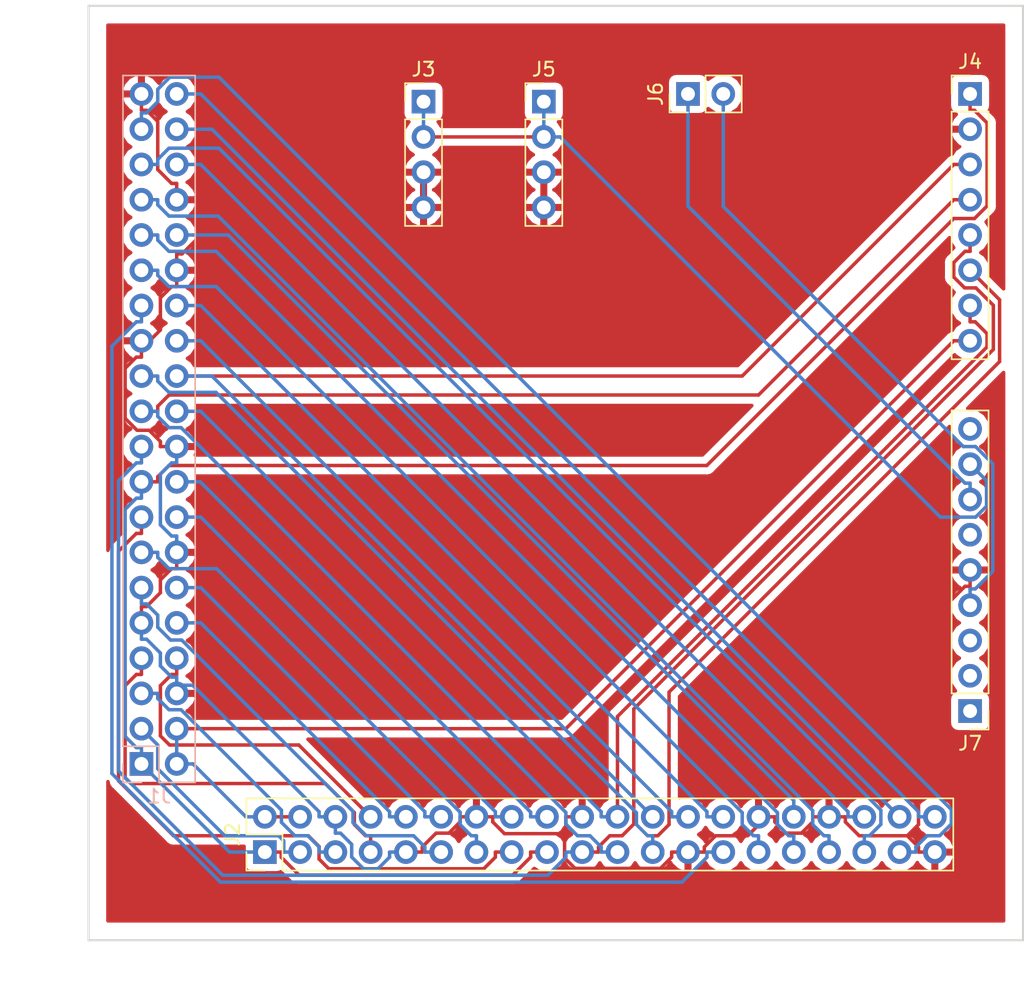
<source format=kicad_pcb>
(kicad_pcb (version 20171130) (host pcbnew "(5.1.0-0)")

  (general
    (thickness 1.6)
    (drawings 4)
    (tracks 416)
    (zones 0)
    (modules 7)
    (nets 40)
  )

  (page A4)
  (layers
    (0 F.Cu signal)
    (31 B.Cu signal)
    (32 B.Adhes user)
    (33 F.Adhes user)
    (34 B.Paste user)
    (35 F.Paste user)
    (36 B.SilkS user)
    (37 F.SilkS user)
    (38 B.Mask user)
    (39 F.Mask user)
    (40 Dwgs.User user)
    (41 Cmts.User user)
    (42 Eco1.User user)
    (43 Eco2.User user)
    (44 Edge.Cuts user)
    (45 Margin user)
    (46 B.CrtYd user)
    (47 F.CrtYd user)
    (48 B.Fab user)
    (49 F.Fab user)
  )

  (setup
    (last_trace_width 0.25)
    (trace_clearance 0.2)
    (zone_clearance 0.508)
    (zone_45_only no)
    (trace_min 0.2)
    (via_size 0.8)
    (via_drill 0.4)
    (via_min_size 0.4)
    (via_min_drill 0.3)
    (uvia_size 0.3)
    (uvia_drill 0.1)
    (uvias_allowed no)
    (uvia_min_size 0.2)
    (uvia_min_drill 0.1)
    (edge_width 0.15)
    (segment_width 0.2)
    (pcb_text_width 0.3)
    (pcb_text_size 1.5 1.5)
    (mod_edge_width 0.15)
    (mod_text_size 1 1)
    (mod_text_width 0.15)
    (pad_size 1.524 1.524)
    (pad_drill 0.762)
    (pad_to_mask_clearance 0.2)
    (aux_axis_origin 0 0)
    (visible_elements FFFFFF7F)
    (pcbplotparams
      (layerselection 0x010fc_ffffffff)
      (usegerberextensions false)
      (usegerberattributes false)
      (usegerberadvancedattributes false)
      (creategerberjobfile false)
      (excludeedgelayer true)
      (linewidth 0.100000)
      (plotframeref false)
      (viasonmask false)
      (mode 1)
      (useauxorigin false)
      (hpglpennumber 1)
      (hpglpenspeed 20)
      (hpglpendiameter 15.000000)
      (psnegative false)
      (psa4output false)
      (plotreference true)
      (plotvalue true)
      (plotinvisibletext false)
      (padsonsilk false)
      (subtractmaskfromsilk false)
      (outputformat 1)
      (mirror false)
      (drillshape 1)
      (scaleselection 1)
      (outputdirectory ""))
  )

  (net 0 "")
  (net 1 /40)
  (net 2 /38)
  (net 3 /37)
  (net 4 /36)
  (net 5 /35)
  (net 6 /33)
  (net 7 /32)
  (net 8 /31)
  (net 9 /29)
  (net 10 /28)
  (net 11 /27)
  (net 12 /26)
  (net 13 /CS)
  (net 14 /SCLK)
  (net 15 /INT)
  (net 16 /MISO)
  (net 17 /MOSI)
  (net 18 /18)
  (net 19 /16)
  (net 20 /15)
  (net 21 /13)
  (net 22 /12)
  (net 23 /11)
  (net 24 /10)
  (net 25 /8)
  (net 26 /7)
  (net 27 /GND)
  (net 28 /5)
  (net 29 /3)
  (net 30 /5V)
  (net 31 /3V3)
  (net 32 /12V)
  (net 33 /CANH)
  (net 34 /CANL)
  (net 35 "Net-(J7-Pad1)")
  (net 36 "Net-(J7-Pad2)")
  (net 37 "Net-(J7-Pad3)")
  (net 38 /ISO9141-2L)
  (net 39 /ISO9141-2-K-line)

  (net_class Default "This is the default net class."
    (clearance 0.2)
    (trace_width 0.25)
    (via_dia 0.8)
    (via_drill 0.4)
    (uvia_dia 0.3)
    (uvia_drill 0.1)
    (add_net /10)
    (add_net /11)
    (add_net /12)
    (add_net /12V)
    (add_net /13)
    (add_net /15)
    (add_net /16)
    (add_net /18)
    (add_net /26)
    (add_net /27)
    (add_net /28)
    (add_net /29)
    (add_net /3)
    (add_net /31)
    (add_net /32)
    (add_net /33)
    (add_net /35)
    (add_net /36)
    (add_net /37)
    (add_net /38)
    (add_net /3V3)
    (add_net /40)
    (add_net /5)
    (add_net /5V)
    (add_net /7)
    (add_net /8)
    (add_net /CANH)
    (add_net /CANL)
    (add_net /CS)
    (add_net /GND)
    (add_net /INT)
    (add_net /ISO9141-2-K-line)
    (add_net /ISO9141-2L)
    (add_net /MISO)
    (add_net /MOSI)
    (add_net /SCLK)
    (add_net "Net-(J7-Pad1)")
    (add_net "Net-(J7-Pad2)")
    (add_net "Net-(J7-Pad3)")
  )

  (module Connector_PinHeader_2.54mm:PinHeader_2x20_P2.54mm_Vertical (layer B.Cu) (tedit 59FED5CC) (tstamp 5C24018B)
    (at 106.68 107.95)
    (descr "Through hole straight pin header, 2x20, 2.54mm pitch, double rows")
    (tags "Through hole pin header THT 2x20 2.54mm double row")
    (path /5C178613)
    (fp_text reference J1 (at 1.27 2.33) (layer B.SilkS)
      (effects (font (size 1 1) (thickness 0.15)) (justify mirror))
    )
    (fp_text value Conn_02x20_Odd_Even_Rasbpi (at 1.27 -50.59) (layer B.Fab)
      (effects (font (size 1 1) (thickness 0.15)) (justify mirror))
    )
    (fp_text user %R (at 1.27 -24.13 -90) (layer B.Fab)
      (effects (font (size 1 1) (thickness 0.15)) (justify mirror))
    )
    (fp_line (start 4.35 1.8) (end -1.8 1.8) (layer B.CrtYd) (width 0.05))
    (fp_line (start 4.35 -50.05) (end 4.35 1.8) (layer B.CrtYd) (width 0.05))
    (fp_line (start -1.8 -50.05) (end 4.35 -50.05) (layer B.CrtYd) (width 0.05))
    (fp_line (start -1.8 1.8) (end -1.8 -50.05) (layer B.CrtYd) (width 0.05))
    (fp_line (start -1.33 1.33) (end 0 1.33) (layer B.SilkS) (width 0.12))
    (fp_line (start -1.33 0) (end -1.33 1.33) (layer B.SilkS) (width 0.12))
    (fp_line (start 1.27 1.33) (end 3.87 1.33) (layer B.SilkS) (width 0.12))
    (fp_line (start 1.27 -1.27) (end 1.27 1.33) (layer B.SilkS) (width 0.12))
    (fp_line (start -1.33 -1.27) (end 1.27 -1.27) (layer B.SilkS) (width 0.12))
    (fp_line (start 3.87 1.33) (end 3.87 -49.59) (layer B.SilkS) (width 0.12))
    (fp_line (start -1.33 -1.27) (end -1.33 -49.59) (layer B.SilkS) (width 0.12))
    (fp_line (start -1.33 -49.59) (end 3.87 -49.59) (layer B.SilkS) (width 0.12))
    (fp_line (start -1.27 0) (end 0 1.27) (layer B.Fab) (width 0.1))
    (fp_line (start -1.27 -49.53) (end -1.27 0) (layer B.Fab) (width 0.1))
    (fp_line (start 3.81 -49.53) (end -1.27 -49.53) (layer B.Fab) (width 0.1))
    (fp_line (start 3.81 1.27) (end 3.81 -49.53) (layer B.Fab) (width 0.1))
    (fp_line (start 0 1.27) (end 3.81 1.27) (layer B.Fab) (width 0.1))
    (pad 40 thru_hole oval (at 2.54 -48.26) (size 1.7 1.7) (drill 1) (layers *.Cu *.Mask)
      (net 1 /40))
    (pad 39 thru_hole oval (at 0 -48.26) (size 1.7 1.7) (drill 1) (layers *.Cu *.Mask)
      (net 27 /GND))
    (pad 38 thru_hole oval (at 2.54 -45.72) (size 1.7 1.7) (drill 1) (layers *.Cu *.Mask)
      (net 2 /38))
    (pad 37 thru_hole oval (at 0 -45.72) (size 1.7 1.7) (drill 1) (layers *.Cu *.Mask)
      (net 3 /37))
    (pad 36 thru_hole oval (at 2.54 -43.18) (size 1.7 1.7) (drill 1) (layers *.Cu *.Mask)
      (net 4 /36))
    (pad 35 thru_hole oval (at 0 -43.18) (size 1.7 1.7) (drill 1) (layers *.Cu *.Mask)
      (net 5 /35))
    (pad 34 thru_hole oval (at 2.54 -40.64) (size 1.7 1.7) (drill 1) (layers *.Cu *.Mask)
      (net 27 /GND))
    (pad 33 thru_hole oval (at 0 -40.64) (size 1.7 1.7) (drill 1) (layers *.Cu *.Mask)
      (net 6 /33))
    (pad 32 thru_hole oval (at 2.54 -38.1) (size 1.7 1.7) (drill 1) (layers *.Cu *.Mask)
      (net 7 /32))
    (pad 31 thru_hole oval (at 0 -38.1) (size 1.7 1.7) (drill 1) (layers *.Cu *.Mask)
      (net 8 /31))
    (pad 30 thru_hole oval (at 2.54 -35.56) (size 1.7 1.7) (drill 1) (layers *.Cu *.Mask)
      (net 27 /GND))
    (pad 29 thru_hole oval (at 0 -35.56) (size 1.7 1.7) (drill 1) (layers *.Cu *.Mask)
      (net 9 /29))
    (pad 28 thru_hole oval (at 2.54 -33.02) (size 1.7 1.7) (drill 1) (layers *.Cu *.Mask)
      (net 10 /28))
    (pad 27 thru_hole oval (at 0 -33.02) (size 1.7 1.7) (drill 1) (layers *.Cu *.Mask)
      (net 11 /27))
    (pad 26 thru_hole oval (at 2.54 -30.48) (size 1.7 1.7) (drill 1) (layers *.Cu *.Mask)
      (net 12 /26))
    (pad 25 thru_hole oval (at 0 -30.48) (size 1.7 1.7) (drill 1) (layers *.Cu *.Mask)
      (net 27 /GND))
    (pad 24 thru_hole oval (at 2.54 -27.94) (size 1.7 1.7) (drill 1) (layers *.Cu *.Mask)
      (net 13 /CS))
    (pad 23 thru_hole oval (at 0 -27.94) (size 1.7 1.7) (drill 1) (layers *.Cu *.Mask)
      (net 14 /SCLK))
    (pad 22 thru_hole oval (at 2.54 -25.4) (size 1.7 1.7) (drill 1) (layers *.Cu *.Mask)
      (net 15 /INT))
    (pad 21 thru_hole oval (at 0 -25.4) (size 1.7 1.7) (drill 1) (layers *.Cu *.Mask)
      (net 16 /MISO))
    (pad 20 thru_hole oval (at 2.54 -22.86) (size 1.7 1.7) (drill 1) (layers *.Cu *.Mask)
      (net 27 /GND))
    (pad 19 thru_hole oval (at 0 -22.86) (size 1.7 1.7) (drill 1) (layers *.Cu *.Mask)
      (net 17 /MOSI))
    (pad 18 thru_hole oval (at 2.54 -20.32) (size 1.7 1.7) (drill 1) (layers *.Cu *.Mask)
      (net 18 /18))
    (pad 17 thru_hole oval (at 0 -20.32) (size 1.7 1.7) (drill 1) (layers *.Cu *.Mask)
      (net 31 /3V3))
    (pad 16 thru_hole oval (at 2.54 -17.78) (size 1.7 1.7) (drill 1) (layers *.Cu *.Mask)
      (net 19 /16))
    (pad 15 thru_hole oval (at 0 -17.78) (size 1.7 1.7) (drill 1) (layers *.Cu *.Mask)
      (net 20 /15))
    (pad 14 thru_hole oval (at 2.54 -15.24) (size 1.7 1.7) (drill 1) (layers *.Cu *.Mask)
      (net 27 /GND))
    (pad 13 thru_hole oval (at 0 -15.24) (size 1.7 1.7) (drill 1) (layers *.Cu *.Mask)
      (net 21 /13))
    (pad 12 thru_hole oval (at 2.54 -12.7) (size 1.7 1.7) (drill 1) (layers *.Cu *.Mask)
      (net 22 /12))
    (pad 11 thru_hole oval (at 0 -12.7) (size 1.7 1.7) (drill 1) (layers *.Cu *.Mask)
      (net 23 /11))
    (pad 10 thru_hole oval (at 2.54 -10.16) (size 1.7 1.7) (drill 1) (layers *.Cu *.Mask)
      (net 24 /10))
    (pad 9 thru_hole oval (at 0 -10.16) (size 1.7 1.7) (drill 1) (layers *.Cu *.Mask)
      (net 27 /GND))
    (pad 8 thru_hole oval (at 2.54 -7.62) (size 1.7 1.7) (drill 1) (layers *.Cu *.Mask)
      (net 25 /8))
    (pad 7 thru_hole oval (at 0 -7.62) (size 1.7 1.7) (drill 1) (layers *.Cu *.Mask)
      (net 26 /7))
    (pad 6 thru_hole oval (at 2.54 -5.08) (size 1.7 1.7) (drill 1) (layers *.Cu *.Mask)
      (net 27 /GND))
    (pad 5 thru_hole oval (at 0 -5.08) (size 1.7 1.7) (drill 1) (layers *.Cu *.Mask)
      (net 28 /5))
    (pad 4 thru_hole oval (at 2.54 -2.54) (size 1.7 1.7) (drill 1) (layers *.Cu *.Mask)
      (net 30 /5V))
    (pad 3 thru_hole oval (at 0 -2.54) (size 1.7 1.7) (drill 1) (layers *.Cu *.Mask)
      (net 29 /3))
    (pad 2 thru_hole oval (at 2.54 0) (size 1.7 1.7) (drill 1) (layers *.Cu *.Mask)
      (net 30 /5V))
    (pad 1 thru_hole rect (at 0 0) (size 1.7 1.7) (drill 1) (layers *.Cu *.Mask)
      (net 31 /3V3))
    (model ${KISYS3DMOD}/Connector_PinHeader_2.54mm.3dshapes/PinHeader_2x20_P2.54mm_Vertical.wrl
      (at (xyz 0 0 0))
      (scale (xyz 1 1 1))
      (rotate (xyz 0 0 0))
    )
  )

  (module Connector_PinHeader_2.54mm:PinHeader_2x20_P2.54mm_Vertical (layer F.Cu) (tedit 59FED5CC) (tstamp 5C240242)
    (at 115.57 114.3 90)
    (descr "Through hole straight pin header, 2x20, 2.54mm pitch, double rows")
    (tags "Through hole pin header THT 2x20 2.54mm double row")
    (path /5C177763)
    (fp_text reference J2 (at 1.27 -2.33 90) (layer F.SilkS)
      (effects (font (size 1 1) (thickness 0.15)))
    )
    (fp_text value Conn_02x20_Odd_Even_extra (at 1.27 50.59 90) (layer F.Fab)
      (effects (font (size 1 1) (thickness 0.15)))
    )
    (fp_line (start 0 -1.27) (end 3.81 -1.27) (layer F.Fab) (width 0.1))
    (fp_line (start 3.81 -1.27) (end 3.81 49.53) (layer F.Fab) (width 0.1))
    (fp_line (start 3.81 49.53) (end -1.27 49.53) (layer F.Fab) (width 0.1))
    (fp_line (start -1.27 49.53) (end -1.27 0) (layer F.Fab) (width 0.1))
    (fp_line (start -1.27 0) (end 0 -1.27) (layer F.Fab) (width 0.1))
    (fp_line (start -1.33 49.59) (end 3.87 49.59) (layer F.SilkS) (width 0.12))
    (fp_line (start -1.33 1.27) (end -1.33 49.59) (layer F.SilkS) (width 0.12))
    (fp_line (start 3.87 -1.33) (end 3.87 49.59) (layer F.SilkS) (width 0.12))
    (fp_line (start -1.33 1.27) (end 1.27 1.27) (layer F.SilkS) (width 0.12))
    (fp_line (start 1.27 1.27) (end 1.27 -1.33) (layer F.SilkS) (width 0.12))
    (fp_line (start 1.27 -1.33) (end 3.87 -1.33) (layer F.SilkS) (width 0.12))
    (fp_line (start -1.33 0) (end -1.33 -1.33) (layer F.SilkS) (width 0.12))
    (fp_line (start -1.33 -1.33) (end 0 -1.33) (layer F.SilkS) (width 0.12))
    (fp_line (start -1.8 -1.8) (end -1.8 50.05) (layer F.CrtYd) (width 0.05))
    (fp_line (start -1.8 50.05) (end 4.35 50.05) (layer F.CrtYd) (width 0.05))
    (fp_line (start 4.35 50.05) (end 4.35 -1.8) (layer F.CrtYd) (width 0.05))
    (fp_line (start 4.35 -1.8) (end -1.8 -1.8) (layer F.CrtYd) (width 0.05))
    (fp_text user %R (at 1.27 24.13 180) (layer F.Fab)
      (effects (font (size 1 1) (thickness 0.15)))
    )
    (pad 1 thru_hole rect (at 0 0 90) (size 1.7 1.7) (drill 1) (layers *.Cu *.Mask)
      (net 31 /3V3))
    (pad 2 thru_hole oval (at 2.54 0 90) (size 1.7 1.7) (drill 1) (layers *.Cu *.Mask)
      (net 30 /5V))
    (pad 3 thru_hole oval (at 0 2.54 90) (size 1.7 1.7) (drill 1) (layers *.Cu *.Mask)
      (net 29 /3))
    (pad 4 thru_hole oval (at 2.54 2.54 90) (size 1.7 1.7) (drill 1) (layers *.Cu *.Mask)
      (net 30 /5V))
    (pad 5 thru_hole oval (at 0 5.08 90) (size 1.7 1.7) (drill 1) (layers *.Cu *.Mask)
      (net 28 /5))
    (pad 6 thru_hole oval (at 2.54 5.08 90) (size 1.7 1.7) (drill 1) (layers *.Cu *.Mask)
      (net 27 /GND))
    (pad 7 thru_hole oval (at 0 7.62 90) (size 1.7 1.7) (drill 1) (layers *.Cu *.Mask)
      (net 26 /7))
    (pad 8 thru_hole oval (at 2.54 7.62 90) (size 1.7 1.7) (drill 1) (layers *.Cu *.Mask)
      (net 25 /8))
    (pad 9 thru_hole oval (at 0 10.16 90) (size 1.7 1.7) (drill 1) (layers *.Cu *.Mask)
      (net 27 /GND))
    (pad 10 thru_hole oval (at 2.54 10.16 90) (size 1.7 1.7) (drill 1) (layers *.Cu *.Mask)
      (net 24 /10))
    (pad 11 thru_hole oval (at 0 12.7 90) (size 1.7 1.7) (drill 1) (layers *.Cu *.Mask)
      (net 23 /11))
    (pad 12 thru_hole oval (at 2.54 12.7 90) (size 1.7 1.7) (drill 1) (layers *.Cu *.Mask)
      (net 22 /12))
    (pad 13 thru_hole oval (at 0 15.24 90) (size 1.7 1.7) (drill 1) (layers *.Cu *.Mask)
      (net 21 /13))
    (pad 14 thru_hole oval (at 2.54 15.24 90) (size 1.7 1.7) (drill 1) (layers *.Cu *.Mask)
      (net 27 /GND))
    (pad 15 thru_hole oval (at 0 17.78 90) (size 1.7 1.7) (drill 1) (layers *.Cu *.Mask)
      (net 20 /15))
    (pad 16 thru_hole oval (at 2.54 17.78 90) (size 1.7 1.7) (drill 1) (layers *.Cu *.Mask)
      (net 19 /16))
    (pad 17 thru_hole oval (at 0 20.32 90) (size 1.7 1.7) (drill 1) (layers *.Cu *.Mask)
      (net 31 /3V3))
    (pad 18 thru_hole oval (at 2.54 20.32 90) (size 1.7 1.7) (drill 1) (layers *.Cu *.Mask)
      (net 18 /18))
    (pad 19 thru_hole oval (at 0 22.86 90) (size 1.7 1.7) (drill 1) (layers *.Cu *.Mask)
      (net 17 /MOSI))
    (pad 20 thru_hole oval (at 2.54 22.86 90) (size 1.7 1.7) (drill 1) (layers *.Cu *.Mask)
      (net 27 /GND))
    (pad 21 thru_hole oval (at 0 25.4 90) (size 1.7 1.7) (drill 1) (layers *.Cu *.Mask)
      (net 16 /MISO))
    (pad 22 thru_hole oval (at 2.54 25.4 90) (size 1.7 1.7) (drill 1) (layers *.Cu *.Mask)
      (net 15 /INT))
    (pad 23 thru_hole oval (at 0 27.94 90) (size 1.7 1.7) (drill 1) (layers *.Cu *.Mask)
      (net 14 /SCLK))
    (pad 24 thru_hole oval (at 2.54 27.94 90) (size 1.7 1.7) (drill 1) (layers *.Cu *.Mask)
      (net 13 /CS))
    (pad 25 thru_hole oval (at 0 30.48 90) (size 1.7 1.7) (drill 1) (layers *.Cu *.Mask)
      (net 27 /GND))
    (pad 26 thru_hole oval (at 2.54 30.48 90) (size 1.7 1.7) (drill 1) (layers *.Cu *.Mask)
      (net 12 /26))
    (pad 27 thru_hole oval (at 0 33.02 90) (size 1.7 1.7) (drill 1) (layers *.Cu *.Mask)
      (net 11 /27))
    (pad 28 thru_hole oval (at 2.54 33.02 90) (size 1.7 1.7) (drill 1) (layers *.Cu *.Mask)
      (net 10 /28))
    (pad 29 thru_hole oval (at 0 35.56 90) (size 1.7 1.7) (drill 1) (layers *.Cu *.Mask)
      (net 9 /29))
    (pad 30 thru_hole oval (at 2.54 35.56 90) (size 1.7 1.7) (drill 1) (layers *.Cu *.Mask)
      (net 27 /GND))
    (pad 31 thru_hole oval (at 0 38.1 90) (size 1.7 1.7) (drill 1) (layers *.Cu *.Mask)
      (net 8 /31))
    (pad 32 thru_hole oval (at 2.54 38.1 90) (size 1.7 1.7) (drill 1) (layers *.Cu *.Mask)
      (net 7 /32))
    (pad 33 thru_hole oval (at 0 40.64 90) (size 1.7 1.7) (drill 1) (layers *.Cu *.Mask)
      (net 6 /33))
    (pad 34 thru_hole oval (at 2.54 40.64 90) (size 1.7 1.7) (drill 1) (layers *.Cu *.Mask)
      (net 27 /GND))
    (pad 35 thru_hole oval (at 0 43.18 90) (size 1.7 1.7) (drill 1) (layers *.Cu *.Mask)
      (net 5 /35))
    (pad 36 thru_hole oval (at 2.54 43.18 90) (size 1.7 1.7) (drill 1) (layers *.Cu *.Mask)
      (net 4 /36))
    (pad 37 thru_hole oval (at 0 45.72 90) (size 1.7 1.7) (drill 1) (layers *.Cu *.Mask)
      (net 3 /37))
    (pad 38 thru_hole oval (at 2.54 45.72 90) (size 1.7 1.7) (drill 1) (layers *.Cu *.Mask)
      (net 2 /38))
    (pad 39 thru_hole oval (at 0 48.26 90) (size 1.7 1.7) (drill 1) (layers *.Cu *.Mask)
      (net 27 /GND))
    (pad 40 thru_hole oval (at 2.54 48.26 90) (size 1.7 1.7) (drill 1) (layers *.Cu *.Mask)
      (net 1 /40))
    (model ${KISYS3DMOD}/Connector_PinHeader_2.54mm.3dshapes/PinHeader_2x20_P2.54mm_Vertical.wrl
      (at (xyz 0 0 0))
      (scale (xyz 1 1 1))
      (rotate (xyz 0 0 0))
    )
  )

  (module Connector_PinHeader_2.54mm:PinHeader_1x04_P2.54mm_Vertical (layer F.Cu) (tedit 59FED5CC) (tstamp 5C240324)
    (at 127 60.245)
    (descr "Through hole straight pin header, 1x04, 2.54mm pitch, single row")
    (tags "Through hole pin header THT 1x04 2.54mm single row")
    (path /5C177A3F)
    (fp_text reference J3 (at 0 -2.33) (layer F.SilkS)
      (effects (font (size 1 1) (thickness 0.15)))
    )
    (fp_text value Converter (at 0 9.95) (layer F.Fab)
      (effects (font (size 1 1) (thickness 0.15)))
    )
    (fp_line (start -0.635 -1.27) (end 1.27 -1.27) (layer F.Fab) (width 0.1))
    (fp_line (start 1.27 -1.27) (end 1.27 8.89) (layer F.Fab) (width 0.1))
    (fp_line (start 1.27 8.89) (end -1.27 8.89) (layer F.Fab) (width 0.1))
    (fp_line (start -1.27 8.89) (end -1.27 -0.635) (layer F.Fab) (width 0.1))
    (fp_line (start -1.27 -0.635) (end -0.635 -1.27) (layer F.Fab) (width 0.1))
    (fp_line (start -1.33 8.95) (end 1.33 8.95) (layer F.SilkS) (width 0.12))
    (fp_line (start -1.33 1.27) (end -1.33 8.95) (layer F.SilkS) (width 0.12))
    (fp_line (start 1.33 1.27) (end 1.33 8.95) (layer F.SilkS) (width 0.12))
    (fp_line (start -1.33 1.27) (end 1.33 1.27) (layer F.SilkS) (width 0.12))
    (fp_line (start -1.33 0) (end -1.33 -1.33) (layer F.SilkS) (width 0.12))
    (fp_line (start -1.33 -1.33) (end 0 -1.33) (layer F.SilkS) (width 0.12))
    (fp_line (start -1.8 -1.8) (end -1.8 9.4) (layer F.CrtYd) (width 0.05))
    (fp_line (start -1.8 9.4) (end 1.8 9.4) (layer F.CrtYd) (width 0.05))
    (fp_line (start 1.8 9.4) (end 1.8 -1.8) (layer F.CrtYd) (width 0.05))
    (fp_line (start 1.8 -1.8) (end -1.8 -1.8) (layer F.CrtYd) (width 0.05))
    (fp_text user %R (at 0 3.81 90) (layer F.Fab)
      (effects (font (size 1 1) (thickness 0.15)))
    )
    (pad 1 thru_hole rect (at 0 0) (size 1.7 1.7) (drill 1) (layers *.Cu *.Mask)
      (net 32 /12V))
    (pad 2 thru_hole oval (at 0 2.54) (size 1.7 1.7) (drill 1) (layers *.Cu *.Mask)
      (net 32 /12V))
    (pad 3 thru_hole oval (at 0 5.08) (size 1.7 1.7) (drill 1) (layers *.Cu *.Mask)
      (net 27 /GND))
    (pad 4 thru_hole oval (at 0 7.62) (size 1.7 1.7) (drill 1) (layers *.Cu *.Mask)
      (net 27 /GND))
    (model ${KISYS3DMOD}/Connector_PinHeader_2.54mm.3dshapes/PinHeader_1x04_P2.54mm_Vertical.wrl
      (at (xyz 0 0 0))
      (scale (xyz 1 1 1))
      (rotate (xyz 0 0 0))
    )
  )

  (module Connector_PinHeader_2.54mm:PinHeader_1x08_P2.54mm_Vertical (layer F.Cu) (tedit 59FED5CC) (tstamp 5C240C33)
    (at 166.37 59.69)
    (descr "Through hole straight pin header, 1x08, 2.54mm pitch, single row")
    (tags "Through hole pin header THT 1x08 2.54mm single row")
    (path /5C1778C2)
    (fp_text reference J4 (at 0 -2.33) (layer F.SilkS)
      (effects (font (size 1 1) (thickness 0.15)))
    )
    (fp_text value MCP2515 (at 2.54 10.16 90) (layer F.Fab)
      (effects (font (size 1 1) (thickness 0.15)))
    )
    (fp_line (start -0.635 -1.27) (end 1.27 -1.27) (layer F.Fab) (width 0.1))
    (fp_line (start 1.27 -1.27) (end 1.27 19.05) (layer F.Fab) (width 0.1))
    (fp_line (start 1.27 19.05) (end -1.27 19.05) (layer F.Fab) (width 0.1))
    (fp_line (start -1.27 19.05) (end -1.27 -0.635) (layer F.Fab) (width 0.1))
    (fp_line (start -1.27 -0.635) (end -0.635 -1.27) (layer F.Fab) (width 0.1))
    (fp_line (start -1.33 19.11) (end 1.33 19.11) (layer F.SilkS) (width 0.12))
    (fp_line (start -1.33 1.27) (end -1.33 19.11) (layer F.SilkS) (width 0.12))
    (fp_line (start 1.33 1.27) (end 1.33 19.11) (layer F.SilkS) (width 0.12))
    (fp_line (start -1.33 1.27) (end 1.33 1.27) (layer F.SilkS) (width 0.12))
    (fp_line (start -1.33 0) (end -1.33 -1.33) (layer F.SilkS) (width 0.12))
    (fp_line (start -1.33 -1.33) (end 0 -1.33) (layer F.SilkS) (width 0.12))
    (fp_line (start -1.8 -1.8) (end -1.8 19.55) (layer F.CrtYd) (width 0.05))
    (fp_line (start -1.8 19.55) (end 1.8 19.55) (layer F.CrtYd) (width 0.05))
    (fp_line (start 1.8 19.55) (end 1.8 -1.8) (layer F.CrtYd) (width 0.05))
    (fp_line (start 1.8 -1.8) (end -1.8 -1.8) (layer F.CrtYd) (width 0.05))
    (fp_text user %R (at 0 8.89 90) (layer F.Fab)
      (effects (font (size 1 1) (thickness 0.15)))
    )
    (pad 1 thru_hole rect (at 0 0) (size 1.7 1.7) (drill 1) (layers *.Cu *.Mask)
      (net 31 /3V3))
    (pad 2 thru_hole oval (at 0 2.54) (size 1.7 1.7) (drill 1) (layers *.Cu *.Mask)
      (net 27 /GND))
    (pad 3 thru_hole oval (at 0 5.08) (size 1.7 1.7) (drill 1) (layers *.Cu *.Mask)
      (net 13 /CS))
    (pad 4 thru_hole oval (at 0 7.62) (size 1.7 1.7) (drill 1) (layers *.Cu *.Mask)
      (net 16 /MISO))
    (pad 5 thru_hole oval (at 0 10.16) (size 1.7 1.7) (drill 1) (layers *.Cu *.Mask)
      (net 17 /MOSI))
    (pad 6 thru_hole oval (at 0 12.7) (size 1.7 1.7) (drill 1) (layers *.Cu *.Mask)
      (net 14 /SCLK))
    (pad 7 thru_hole oval (at 0 15.24) (size 1.7 1.7) (drill 1) (layers *.Cu *.Mask)
      (net 15 /INT))
    (pad 8 thru_hole oval (at 0 17.78) (size 1.7 1.7) (drill 1) (layers *.Cu *.Mask)
      (net 30 /5V))
    (model ${KISYS3DMOD}/Connector_PinHeader_2.54mm.3dshapes/PinHeader_1x08_P2.54mm_Vertical.wrl
      (at (xyz 0 0 0))
      (scale (xyz 1 1 1))
      (rotate (xyz 0 0 0))
    )
  )

  (module Connector_PinHeader_2.54mm:PinHeader_1x04_P2.54mm_Vertical (layer F.Cu) (tedit 59FED5CC) (tstamp 5C240120)
    (at 135.665 60.245)
    (descr "Through hole straight pin header, 1x04, 2.54mm pitch, single row")
    (tags "Through hole pin header THT 1x04 2.54mm single row")
    (path /5C177B29)
    (fp_text reference J5 (at 0 -2.33) (layer F.SilkS)
      (effects (font (size 1 1) (thickness 0.15)))
    )
    (fp_text value Battery (at 0 9.95) (layer F.Fab)
      (effects (font (size 1 1) (thickness 0.15)))
    )
    (fp_text user %R (at 0 3.81 90) (layer F.Fab)
      (effects (font (size 1 1) (thickness 0.15)))
    )
    (fp_line (start 1.8 -1.8) (end -1.8 -1.8) (layer F.CrtYd) (width 0.05))
    (fp_line (start 1.8 9.4) (end 1.8 -1.8) (layer F.CrtYd) (width 0.05))
    (fp_line (start -1.8 9.4) (end 1.8 9.4) (layer F.CrtYd) (width 0.05))
    (fp_line (start -1.8 -1.8) (end -1.8 9.4) (layer F.CrtYd) (width 0.05))
    (fp_line (start -1.33 -1.33) (end 0 -1.33) (layer F.SilkS) (width 0.12))
    (fp_line (start -1.33 0) (end -1.33 -1.33) (layer F.SilkS) (width 0.12))
    (fp_line (start -1.33 1.27) (end 1.33 1.27) (layer F.SilkS) (width 0.12))
    (fp_line (start 1.33 1.27) (end 1.33 8.95) (layer F.SilkS) (width 0.12))
    (fp_line (start -1.33 1.27) (end -1.33 8.95) (layer F.SilkS) (width 0.12))
    (fp_line (start -1.33 8.95) (end 1.33 8.95) (layer F.SilkS) (width 0.12))
    (fp_line (start -1.27 -0.635) (end -0.635 -1.27) (layer F.Fab) (width 0.1))
    (fp_line (start -1.27 8.89) (end -1.27 -0.635) (layer F.Fab) (width 0.1))
    (fp_line (start 1.27 8.89) (end -1.27 8.89) (layer F.Fab) (width 0.1))
    (fp_line (start 1.27 -1.27) (end 1.27 8.89) (layer F.Fab) (width 0.1))
    (fp_line (start -0.635 -1.27) (end 1.27 -1.27) (layer F.Fab) (width 0.1))
    (pad 4 thru_hole oval (at 0 7.62) (size 1.7 1.7) (drill 1) (layers *.Cu *.Mask)
      (net 27 /GND))
    (pad 3 thru_hole oval (at 0 5.08) (size 1.7 1.7) (drill 1) (layers *.Cu *.Mask)
      (net 27 /GND))
    (pad 2 thru_hole oval (at 0 2.54) (size 1.7 1.7) (drill 1) (layers *.Cu *.Mask)
      (net 32 /12V))
    (pad 1 thru_hole rect (at 0 0) (size 1.7 1.7) (drill 1) (layers *.Cu *.Mask)
      (net 32 /12V))
    (model ${KISYS3DMOD}/Connector_PinHeader_2.54mm.3dshapes/PinHeader_1x04_P2.54mm_Vertical.wrl
      (at (xyz 0 0 0))
      (scale (xyz 1 1 1))
      (rotate (xyz 0 0 0))
    )
  )

  (module Connector_PinHeader_2.54mm:PinHeader_1x02_P2.54mm_Vertical (layer F.Cu) (tedit 59FED5CC) (tstamp 5C241207)
    (at 146.05 59.69 90)
    (descr "Through hole straight pin header, 1x02, 2.54mm pitch, single row")
    (tags "Through hole pin header THT 1x02 2.54mm single row")
    (path /5C177CCC)
    (fp_text reference J6 (at 0 -2.33 90) (layer F.SilkS)
      (effects (font (size 1 1) (thickness 0.15)))
    )
    (fp_text value Conn_01x02_Male (at 0 4.87 90) (layer F.Fab)
      (effects (font (size 1 1) (thickness 0.15)))
    )
    (fp_line (start -0.635 -1.27) (end 1.27 -1.27) (layer F.Fab) (width 0.1))
    (fp_line (start 1.27 -1.27) (end 1.27 3.81) (layer F.Fab) (width 0.1))
    (fp_line (start 1.27 3.81) (end -1.27 3.81) (layer F.Fab) (width 0.1))
    (fp_line (start -1.27 3.81) (end -1.27 -0.635) (layer F.Fab) (width 0.1))
    (fp_line (start -1.27 -0.635) (end -0.635 -1.27) (layer F.Fab) (width 0.1))
    (fp_line (start -1.33 3.87) (end 1.33 3.87) (layer F.SilkS) (width 0.12))
    (fp_line (start -1.33 1.27) (end -1.33 3.87) (layer F.SilkS) (width 0.12))
    (fp_line (start 1.33 1.27) (end 1.33 3.87) (layer F.SilkS) (width 0.12))
    (fp_line (start -1.33 1.27) (end 1.33 1.27) (layer F.SilkS) (width 0.12))
    (fp_line (start -1.33 0) (end -1.33 -1.33) (layer F.SilkS) (width 0.12))
    (fp_line (start -1.33 -1.33) (end 0 -1.33) (layer F.SilkS) (width 0.12))
    (fp_line (start -1.8 -1.8) (end -1.8 4.35) (layer F.CrtYd) (width 0.05))
    (fp_line (start -1.8 4.35) (end 1.8 4.35) (layer F.CrtYd) (width 0.05))
    (fp_line (start 1.8 4.35) (end 1.8 -1.8) (layer F.CrtYd) (width 0.05))
    (fp_line (start 1.8 -1.8) (end -1.8 -1.8) (layer F.CrtYd) (width 0.05))
    (fp_text user %R (at 0 1.27 180) (layer F.Fab)
      (effects (font (size 1 1) (thickness 0.15)))
    )
    (pad 1 thru_hole rect (at 0 0 90) (size 1.7 1.7) (drill 1) (layers *.Cu *.Mask)
      (net 33 /CANH))
    (pad 2 thru_hole oval (at 0 2.54 90) (size 1.7 1.7) (drill 1) (layers *.Cu *.Mask)
      (net 34 /CANL))
    (model ${KISYS3DMOD}/Connector_PinHeader_2.54mm.3dshapes/PinHeader_1x02_P2.54mm_Vertical.wrl
      (at (xyz 0 0 0))
      (scale (xyz 1 1 1))
      (rotate (xyz 0 0 0))
    )
  )

  (module Connector_PinHeader_2.54mm:PinHeader_1x09_P2.54mm_Vertical (layer F.Cu) (tedit 59FED5CC) (tstamp 5C240A3D)
    (at 166.37 104.14 180)
    (descr "Through hole straight pin header, 1x09, 2.54mm pitch, single row")
    (tags "Through hole pin header THT 1x09 2.54mm single row")
    (path /5C177B72)
    (fp_text reference J7 (at 0 -2.33 180) (layer F.SilkS)
      (effects (font (size 1 1) (thickness 0.15)))
    )
    (fp_text value OBD_connector (at -2.54 10.16 270) (layer F.Fab)
      (effects (font (size 1 1) (thickness 0.15)))
    )
    (fp_line (start -0.635 -1.27) (end 1.27 -1.27) (layer F.Fab) (width 0.1))
    (fp_line (start 1.27 -1.27) (end 1.27 21.59) (layer F.Fab) (width 0.1))
    (fp_line (start 1.27 21.59) (end -1.27 21.59) (layer F.Fab) (width 0.1))
    (fp_line (start -1.27 21.59) (end -1.27 -0.635) (layer F.Fab) (width 0.1))
    (fp_line (start -1.27 -0.635) (end -0.635 -1.27) (layer F.Fab) (width 0.1))
    (fp_line (start -1.33 21.65) (end 1.33 21.65) (layer F.SilkS) (width 0.12))
    (fp_line (start -1.33 1.27) (end -1.33 21.65) (layer F.SilkS) (width 0.12))
    (fp_line (start 1.33 1.27) (end 1.33 21.65) (layer F.SilkS) (width 0.12))
    (fp_line (start -1.33 1.27) (end 1.33 1.27) (layer F.SilkS) (width 0.12))
    (fp_line (start -1.33 0) (end -1.33 -1.33) (layer F.SilkS) (width 0.12))
    (fp_line (start -1.33 -1.33) (end 0 -1.33) (layer F.SilkS) (width 0.12))
    (fp_line (start -1.8 -1.8) (end -1.8 22.1) (layer F.CrtYd) (width 0.05))
    (fp_line (start -1.8 22.1) (end 1.8 22.1) (layer F.CrtYd) (width 0.05))
    (fp_line (start 1.8 22.1) (end 1.8 -1.8) (layer F.CrtYd) (width 0.05))
    (fp_line (start 1.8 -1.8) (end -1.8 -1.8) (layer F.CrtYd) (width 0.05))
    (fp_text user %R (at 0 10.16 270) (layer F.Fab)
      (effects (font (size 1 1) (thickness 0.15)))
    )
    (pad 1 thru_hole rect (at 0 0 180) (size 1.7 1.7) (drill 1) (layers *.Cu *.Mask)
      (net 35 "Net-(J7-Pad1)"))
    (pad 2 thru_hole oval (at 0 2.54 180) (size 1.7 1.7) (drill 1) (layers *.Cu *.Mask)
      (net 36 "Net-(J7-Pad2)"))
    (pad 3 thru_hole oval (at 0 5.08 180) (size 1.7 1.7) (drill 1) (layers *.Cu *.Mask)
      (net 37 "Net-(J7-Pad3)"))
    (pad 4 thru_hole oval (at 0 7.62 180) (size 1.7 1.7) (drill 1) (layers *.Cu *.Mask)
      (net 34 /CANL))
    (pad 5 thru_hole oval (at 0 10.16 180) (size 1.7 1.7) (drill 1) (layers *.Cu *.Mask)
      (net 27 /GND))
    (pad 6 thru_hole oval (at 0 12.7 180) (size 1.7 1.7) (drill 1) (layers *.Cu *.Mask)
      (net 38 /ISO9141-2L))
    (pad 7 thru_hole oval (at 0 15.24 180) (size 1.7 1.7) (drill 1) (layers *.Cu *.Mask)
      (net 33 /CANH))
    (pad 8 thru_hole oval (at 0 17.78 180) (size 1.7 1.7) (drill 1) (layers *.Cu *.Mask)
      (net 32 /12V))
    (pad 9 thru_hole oval (at 0 20.32 180) (size 1.7 1.7) (drill 1) (layers *.Cu *.Mask)
      (net 39 /ISO9141-2-K-line))
    (model ${KISYS3DMOD}/Connector_PinHeader_2.54mm.3dshapes/PinHeader_1x09_P2.54mm_Vertical.wrl
      (at (xyz 0 0 0))
      (scale (xyz 1 1 1))
      (rotate (xyz 0 0 0))
    )
  )

  (gr_line (start 102.87 53.34) (end 102.87 120.65) (layer Edge.Cuts) (width 0.15))
  (gr_line (start 170.18 53.34) (end 102.87 53.34) (layer Edge.Cuts) (width 0.15))
  (gr_line (start 170.18 120.65) (end 170.18 53.34) (layer Edge.Cuts) (width 0.15))
  (gr_line (start 102.87 120.65) (end 170.18 120.65) (layer Edge.Cuts) (width 0.15))

  (segment (start 163.83 111.76) (end 162.6547 111.76) (width 0.25) (layer B.Cu) (net 1))
  (segment (start 162.6547 111.76) (end 162.6547 111.3927) (width 0.25) (layer B.Cu) (net 1))
  (segment (start 162.6547 111.3927) (end 110.952 59.69) (width 0.25) (layer B.Cu) (net 1))
  (segment (start 110.952 59.69) (end 109.22 59.69) (width 0.25) (layer B.Cu) (net 1))
  (segment (start 161.29 111.76) (end 111.76 62.23) (width 0.25) (layer B.Cu) (net 2))
  (segment (start 111.76 62.23) (end 109.22 62.23) (width 0.25) (layer B.Cu) (net 2))
  (segment (start 106.68 62.23) (end 106.68 61.0547) (width 0.25) (layer B.Cu) (net 3))
  (segment (start 161.29 114.3) (end 162.4653 114.3) (width 0.25) (layer B.Cu) (net 3))
  (segment (start 162.4653 114.3) (end 162.4653 113.9326) (width 0.25) (layer B.Cu) (net 3))
  (segment (start 162.4653 113.9326) (end 163.2732 113.1247) (width 0.25) (layer B.Cu) (net 3))
  (segment (start 163.2732 113.1247) (end 164.1743 113.1247) (width 0.25) (layer B.Cu) (net 3))
  (segment (start 164.1743 113.1247) (end 165.021 112.278) (width 0.25) (layer B.Cu) (net 3))
  (segment (start 165.021 112.278) (end 165.021 111.2354) (width 0.25) (layer B.Cu) (net 3))
  (segment (start 165.021 111.2354) (end 112.2668 58.4812) (width 0.25) (layer B.Cu) (net 3))
  (segment (start 112.2668 58.4812) (end 108.7277 58.4812) (width 0.25) (layer B.Cu) (net 3))
  (segment (start 108.7277 58.4812) (end 107.8553 59.3536) (width 0.25) (layer B.Cu) (net 3))
  (segment (start 107.8553 59.3536) (end 107.8553 60.2468) (width 0.25) (layer B.Cu) (net 3))
  (segment (start 107.8553 60.2468) (end 107.0474 61.0547) (width 0.25) (layer B.Cu) (net 3))
  (segment (start 107.0474 61.0547) (end 106.68 61.0547) (width 0.25) (layer B.Cu) (net 3))
  (segment (start 158.75 111.76) (end 157.5747 111.76) (width 0.25) (layer B.Cu) (net 4))
  (segment (start 157.5747 111.76) (end 157.5747 111.3927) (width 0.25) (layer B.Cu) (net 4))
  (segment (start 157.5747 111.3927) (end 110.952 64.77) (width 0.25) (layer B.Cu) (net 4))
  (segment (start 110.952 64.77) (end 109.22 64.77) (width 0.25) (layer B.Cu) (net 4))
  (segment (start 106.68 64.77) (end 107.8553 64.77) (width 0.25) (layer B.Cu) (net 5))
  (segment (start 158.75 114.3) (end 158.75 113.1247) (width 0.25) (layer B.Cu) (net 5))
  (segment (start 158.75 113.1247) (end 159.1173 113.1247) (width 0.25) (layer B.Cu) (net 5))
  (segment (start 159.1173 113.1247) (end 159.9441 112.2979) (width 0.25) (layer B.Cu) (net 5))
  (segment (start 159.9441 112.2979) (end 159.9441 111.2756) (width 0.25) (layer B.Cu) (net 5))
  (segment (start 159.9441 111.2756) (end 112.2632 63.5947) (width 0.25) (layer B.Cu) (net 5))
  (segment (start 112.2632 63.5947) (end 108.6632 63.5947) (width 0.25) (layer B.Cu) (net 5))
  (segment (start 108.6632 63.5947) (end 107.8553 64.4026) (width 0.25) (layer B.Cu) (net 5))
  (segment (start 107.8553 64.4026) (end 107.8553 64.77) (width 0.25) (layer B.Cu) (net 5))
  (segment (start 106.68 67.31) (end 107.8553 67.31) (width 0.25) (layer B.Cu) (net 6))
  (segment (start 156.21 114.3) (end 156.21 113.1247) (width 0.25) (layer B.Cu) (net 6))
  (segment (start 156.21 113.1247) (end 155.8426 113.1247) (width 0.25) (layer B.Cu) (net 6))
  (segment (start 155.8426 113.1247) (end 155.0347 112.3168) (width 0.25) (layer B.Cu) (net 6))
  (segment (start 155.0347 112.3168) (end 155.0347 111.3125) (width 0.25) (layer B.Cu) (net 6))
  (segment (start 155.0347 111.3125) (end 112.2075 68.4853) (width 0.25) (layer B.Cu) (net 6))
  (segment (start 112.2075 68.4853) (end 108.6632 68.4853) (width 0.25) (layer B.Cu) (net 6))
  (segment (start 108.6632 68.4853) (end 107.8553 67.6774) (width 0.25) (layer B.Cu) (net 6))
  (segment (start 107.8553 67.6774) (end 107.8553 67.31) (width 0.25) (layer B.Cu) (net 6))
  (segment (start 110.3953 69.85) (end 112.9353 69.85) (width 0.25) (layer B.Cu) (net 7))
  (segment (start 112.9353 69.85) (end 153.67 110.5847) (width 0.25) (layer B.Cu) (net 7))
  (segment (start 109.22 69.85) (end 110.3953 69.85) (width 0.25) (layer B.Cu) (net 7))
  (segment (start 153.67 111.76) (end 153.67 110.5847) (width 0.25) (layer B.Cu) (net 7))
  (segment (start 106.68 69.85) (end 107.8553 69.85) (width 0.25) (layer B.Cu) (net 8))
  (segment (start 153.67 114.3) (end 153.67 113.1247) (width 0.25) (layer B.Cu) (net 8))
  (segment (start 153.67 113.1247) (end 153.3026 113.1247) (width 0.25) (layer B.Cu) (net 8))
  (segment (start 153.3026 113.1247) (end 152.4947 112.3168) (width 0.25) (layer B.Cu) (net 8))
  (segment (start 152.4947 112.3168) (end 152.4947 111.4591) (width 0.25) (layer B.Cu) (net 8))
  (segment (start 152.4947 111.4591) (end 112.0609 71.0253) (width 0.25) (layer B.Cu) (net 8))
  (segment (start 112.0609 71.0253) (end 108.6632 71.0253) (width 0.25) (layer B.Cu) (net 8))
  (segment (start 108.6632 71.0253) (end 107.8553 70.2174) (width 0.25) (layer B.Cu) (net 8))
  (segment (start 107.8553 70.2174) (end 107.8553 69.85) (width 0.25) (layer B.Cu) (net 8))
  (segment (start 106.68 72.39) (end 107.8553 72.39) (width 0.25) (layer B.Cu) (net 9))
  (segment (start 151.13 114.3) (end 151.13 113.1247) (width 0.25) (layer B.Cu) (net 9))
  (segment (start 151.13 113.1247) (end 150.7626 113.1247) (width 0.25) (layer B.Cu) (net 9))
  (segment (start 150.7626 113.1247) (end 149.9547 112.3168) (width 0.25) (layer B.Cu) (net 9))
  (segment (start 149.9547 112.3168) (end 149.9547 111.4539) (width 0.25) (layer B.Cu) (net 9))
  (segment (start 149.9547 111.4539) (end 112.0661 73.5653) (width 0.25) (layer B.Cu) (net 9))
  (segment (start 112.0661 73.5653) (end 108.6632 73.5653) (width 0.25) (layer B.Cu) (net 9))
  (segment (start 108.6632 73.5653) (end 107.8553 72.7574) (width 0.25) (layer B.Cu) (net 9))
  (segment (start 107.8553 72.7574) (end 107.8553 72.39) (width 0.25) (layer B.Cu) (net 9))
  (segment (start 148.59 111.76) (end 147.4147 111.76) (width 0.25) (layer B.Cu) (net 10))
  (segment (start 147.4147 111.76) (end 147.4147 111.3927) (width 0.25) (layer B.Cu) (net 10))
  (segment (start 147.4147 111.3927) (end 110.952 74.93) (width 0.25) (layer B.Cu) (net 10))
  (segment (start 110.952 74.93) (end 109.22 74.93) (width 0.25) (layer B.Cu) (net 10))
  (segment (start 106.68 74.93) (end 106.68 76.1053) (width 0.25) (layer B.Cu) (net 11))
  (segment (start 148.59 114.3) (end 147.4147 114.3) (width 0.25) (layer B.Cu) (net 11))
  (segment (start 147.4147 114.3) (end 147.4147 114.6673) (width 0.25) (layer B.Cu) (net 11))
  (segment (start 147.4147 114.6673) (end 145.6165 116.4655) (width 0.25) (layer B.Cu) (net 11))
  (segment (start 145.6165 116.4655) (end 112.3726 116.4655) (width 0.25) (layer B.Cu) (net 11))
  (segment (start 112.3726 116.4655) (end 104.5548 108.6477) (width 0.25) (layer B.Cu) (net 11))
  (segment (start 104.5548 108.6477) (end 104.5548 77.8632) (width 0.25) (layer B.Cu) (net 11))
  (segment (start 104.5548 77.8632) (end 106.3127 76.1053) (width 0.25) (layer B.Cu) (net 11))
  (segment (start 106.3127 76.1053) (end 106.68 76.1053) (width 0.25) (layer B.Cu) (net 11))
  (segment (start 146.05 111.76) (end 144.8747 111.76) (width 0.25) (layer B.Cu) (net 12))
  (segment (start 144.8747 111.76) (end 144.8747 111.3927) (width 0.25) (layer B.Cu) (net 12))
  (segment (start 144.8747 111.3927) (end 110.952 77.47) (width 0.25) (layer B.Cu) (net 12))
  (segment (start 110.952 77.47) (end 109.22 77.47) (width 0.25) (layer B.Cu) (net 12))
  (segment (start 165.1947 64.77) (end 149.9547 80.01) (width 0.25) (layer F.Cu) (net 13))
  (segment (start 149.9547 80.01) (end 109.22 80.01) (width 0.25) (layer F.Cu) (net 13))
  (segment (start 109.22 80.01) (end 111.76 80.01) (width 0.25) (layer B.Cu) (net 13))
  (segment (start 111.76 80.01) (end 143.51 111.76) (width 0.25) (layer B.Cu) (net 13))
  (segment (start 166.37 64.77) (end 165.1947 64.77) (width 0.25) (layer F.Cu) (net 13))
  (segment (start 143.51 113.1247) (end 143.8774 113.1247) (width 0.25) (layer F.Cu) (net 14))
  (segment (start 143.8774 113.1247) (end 144.6853 112.3168) (width 0.25) (layer F.Cu) (net 14))
  (segment (start 144.6853 112.3168) (end 144.6853 102.7758) (width 0.25) (layer F.Cu) (net 14))
  (segment (start 144.6853 102.7758) (end 168.4949 78.9662) (width 0.25) (layer F.Cu) (net 14))
  (segment (start 168.4949 78.9662) (end 168.4949 74.5149) (width 0.25) (layer F.Cu) (net 14))
  (segment (start 168.4949 74.5149) (end 166.37 72.39) (width 0.25) (layer F.Cu) (net 14))
  (segment (start 106.68 80.01) (end 107.8553 80.01) (width 0.25) (layer B.Cu) (net 14))
  (segment (start 143.51 114.3) (end 143.51 113.1247) (width 0.25) (layer B.Cu) (net 14))
  (segment (start 143.51 113.1247) (end 143.1426 113.1247) (width 0.25) (layer B.Cu) (net 14))
  (segment (start 143.1426 113.1247) (end 142.3347 112.3168) (width 0.25) (layer B.Cu) (net 14))
  (segment (start 142.3347 112.3168) (end 142.3347 111.4624) (width 0.25) (layer B.Cu) (net 14))
  (segment (start 142.3347 111.4624) (end 112.0576 81.1853) (width 0.25) (layer B.Cu) (net 14))
  (segment (start 112.0576 81.1853) (end 108.6632 81.1853) (width 0.25) (layer B.Cu) (net 14))
  (segment (start 108.6632 81.1853) (end 107.8553 80.3774) (width 0.25) (layer B.Cu) (net 14))
  (segment (start 107.8553 80.3774) (end 107.8553 80.01) (width 0.25) (layer B.Cu) (net 14))
  (segment (start 143.51 114.3) (end 143.51 113.1247) (width 0.25) (layer F.Cu) (net 14))
  (segment (start 109.22 82.55) (end 110.952 82.55) (width 0.25) (layer B.Cu) (net 15))
  (segment (start 110.952 82.55) (end 139.7947 111.3927) (width 0.25) (layer B.Cu) (net 15))
  (segment (start 139.7947 111.3927) (end 139.7947 111.76) (width 0.25) (layer B.Cu) (net 15))
  (segment (start 140.97 111.76) (end 139.7947 111.76) (width 0.25) (layer B.Cu) (net 15))
  (segment (start 166.37 74.93) (end 166.37 76.1053) (width 0.25) (layer F.Cu) (net 15))
  (segment (start 166.37 76.1053) (end 166.7373 76.1053) (width 0.25) (layer F.Cu) (net 15))
  (segment (start 166.7373 76.1053) (end 167.5888 76.9568) (width 0.25) (layer F.Cu) (net 15))
  (segment (start 167.5888 76.9568) (end 167.5888 77.9135) (width 0.25) (layer F.Cu) (net 15))
  (segment (start 167.5888 77.9135) (end 140.97 104.5323) (width 0.25) (layer F.Cu) (net 15))
  (segment (start 140.97 104.5323) (end 140.97 111.76) (width 0.25) (layer F.Cu) (net 15))
  (segment (start 106.68 82.55) (end 107.8553 82.55) (width 0.25) (layer F.Cu) (net 16))
  (segment (start 166.37 67.31) (end 165.1947 67.31) (width 0.25) (layer F.Cu) (net 16))
  (segment (start 165.1947 67.31) (end 151.13 81.3747) (width 0.25) (layer F.Cu) (net 16))
  (segment (start 151.13 81.3747) (end 108.6632 81.3747) (width 0.25) (layer F.Cu) (net 16))
  (segment (start 108.6632 81.3747) (end 107.8553 82.1826) (width 0.25) (layer F.Cu) (net 16))
  (segment (start 107.8553 82.1826) (end 107.8553 82.55) (width 0.25) (layer F.Cu) (net 16))
  (segment (start 140.97 114.3) (end 139.7947 114.3) (width 0.25) (layer B.Cu) (net 16))
  (segment (start 106.68 82.55) (end 107.8553 82.55) (width 0.25) (layer B.Cu) (net 16))
  (segment (start 107.8553 82.55) (end 107.8553 82.9174) (width 0.25) (layer B.Cu) (net 16))
  (segment (start 107.8553 82.9174) (end 108.6632 83.7253) (width 0.25) (layer B.Cu) (net 16))
  (segment (start 108.6632 83.7253) (end 109.5308 83.7253) (width 0.25) (layer B.Cu) (net 16))
  (segment (start 109.5308 83.7253) (end 137.2546 111.4491) (width 0.25) (layer B.Cu) (net 16))
  (segment (start 137.2546 111.4491) (end 137.2546 112.2856) (width 0.25) (layer B.Cu) (net 16))
  (segment (start 137.2546 112.2856) (end 138.0937 113.1247) (width 0.25) (layer B.Cu) (net 16))
  (segment (start 138.0937 113.1247) (end 138.9868 113.1247) (width 0.25) (layer B.Cu) (net 16))
  (segment (start 138.9868 113.1247) (end 139.7947 113.9326) (width 0.25) (layer B.Cu) (net 16))
  (segment (start 139.7947 113.9326) (end 139.7947 114.3) (width 0.25) (layer B.Cu) (net 16))
  (segment (start 138.43 114.3) (end 139.6053 114.3) (width 0.25) (layer F.Cu) (net 17))
  (segment (start 166.37 69.85) (end 166.37 71.0253) (width 0.25) (layer F.Cu) (net 17))
  (segment (start 166.37 71.0253) (end 166.0027 71.0253) (width 0.25) (layer F.Cu) (net 17))
  (segment (start 166.0027 71.0253) (end 165.1946 71.8334) (width 0.25) (layer F.Cu) (net 17))
  (segment (start 165.1946 71.8334) (end 165.1946 72.8788) (width 0.25) (layer F.Cu) (net 17))
  (segment (start 165.1946 72.8788) (end 165.9758 73.66) (width 0.25) (layer F.Cu) (net 17))
  (segment (start 165.9758 73.66) (end 166.7899 73.66) (width 0.25) (layer F.Cu) (net 17))
  (segment (start 166.7899 73.66) (end 168.0445 74.9146) (width 0.25) (layer F.Cu) (net 17))
  (segment (start 168.0445 74.9146) (end 168.0445 78.0947) (width 0.25) (layer F.Cu) (net 17))
  (segment (start 168.0445 78.0947) (end 142.1454 103.9938) (width 0.25) (layer F.Cu) (net 17))
  (segment (start 142.1454 103.9938) (end 142.1454 112.2856) (width 0.25) (layer F.Cu) (net 17))
  (segment (start 142.1454 112.2856) (end 141.3063 113.1247) (width 0.25) (layer F.Cu) (net 17))
  (segment (start 141.3063 113.1247) (end 140.4132 113.1247) (width 0.25) (layer F.Cu) (net 17))
  (segment (start 140.4132 113.1247) (end 139.6053 113.9326) (width 0.25) (layer F.Cu) (net 17))
  (segment (start 139.6053 113.9326) (end 139.6053 114.3) (width 0.25) (layer F.Cu) (net 17))
  (segment (start 137.2547 114.3) (end 137.2547 114.6673) (width 0.25) (layer B.Cu) (net 17))
  (segment (start 137.2547 114.6673) (end 135.9552 115.9668) (width 0.25) (layer B.Cu) (net 17))
  (segment (start 135.9552 115.9668) (end 112.5367 115.9668) (width 0.25) (layer B.Cu) (net 17))
  (segment (start 112.5367 115.9668) (end 105.0276 108.4577) (width 0.25) (layer B.Cu) (net 17))
  (segment (start 105.0276 108.4577) (end 105.0276 87.5504) (width 0.25) (layer B.Cu) (net 17))
  (segment (start 105.0276 87.5504) (end 106.3127 86.2653) (width 0.25) (layer B.Cu) (net 17))
  (segment (start 106.3127 86.2653) (end 106.68 86.2653) (width 0.25) (layer B.Cu) (net 17))
  (segment (start 106.68 85.09) (end 106.68 86.2653) (width 0.25) (layer B.Cu) (net 17))
  (segment (start 138.43 114.3) (end 137.2547 114.3) (width 0.25) (layer B.Cu) (net 17))
  (segment (start 134.7147 111.76) (end 134.7147 111.4244) (width 0.25) (layer B.Cu) (net 18))
  (segment (start 134.7147 111.4244) (end 110.9203 87.63) (width 0.25) (layer B.Cu) (net 18))
  (segment (start 110.9203 87.63) (end 110.3953 87.63) (width 0.25) (layer B.Cu) (net 18))
  (segment (start 109.22 87.63) (end 110.3953 87.63) (width 0.25) (layer B.Cu) (net 18))
  (segment (start 135.89 111.76) (end 134.7147 111.76) (width 0.25) (layer B.Cu) (net 18))
  (segment (start 133.35 111.76) (end 132.1747 111.76) (width 0.25) (layer B.Cu) (net 19))
  (segment (start 132.1747 111.76) (end 132.1747 111.3927) (width 0.25) (layer B.Cu) (net 19))
  (segment (start 132.1747 111.3927) (end 110.952 90.17) (width 0.25) (layer B.Cu) (net 19))
  (segment (start 110.952 90.17) (end 109.22 90.17) (width 0.25) (layer B.Cu) (net 19))
  (segment (start 106.68 90.17) (end 106.68 91.3453) (width 0.25) (layer F.Cu) (net 20))
  (segment (start 133.35 114.3) (end 132.1747 114.3) (width 0.25) (layer F.Cu) (net 20))
  (segment (start 132.1747 114.3) (end 132.1747 114.6673) (width 0.25) (layer F.Cu) (net 20))
  (segment (start 132.1747 114.6673) (end 131.3405 115.5015) (width 0.25) (layer F.Cu) (net 20))
  (segment (start 131.3405 115.5015) (end 120.1721 115.5015) (width 0.25) (layer F.Cu) (net 20))
  (segment (start 120.1721 115.5015) (end 119.4746 114.804) (width 0.25) (layer F.Cu) (net 20))
  (segment (start 119.4746 114.804) (end 119.4746 113.8944) (width 0.25) (layer F.Cu) (net 20))
  (segment (start 119.4746 113.8944) (end 118.7048 113.1246) (width 0.25) (layer F.Cu) (net 20))
  (segment (start 118.7048 113.1246) (end 108.9917 113.1246) (width 0.25) (layer F.Cu) (net 20))
  (segment (start 108.9917 113.1246) (end 105.0292 109.1621) (width 0.25) (layer F.Cu) (net 20))
  (segment (start 105.0292 109.1621) (end 105.0292 92.6288) (width 0.25) (layer F.Cu) (net 20))
  (segment (start 105.0292 92.6288) (end 106.3127 91.3453) (width 0.25) (layer F.Cu) (net 20))
  (segment (start 106.3127 91.3453) (end 106.68 91.3453) (width 0.25) (layer F.Cu) (net 20))
  (segment (start 130.81 114.3) (end 130.81 113.1247) (width 0.25) (layer B.Cu) (net 21))
  (segment (start 106.68 92.71) (end 107.8553 92.71) (width 0.25) (layer B.Cu) (net 21))
  (segment (start 130.81 113.1247) (end 130.4426 113.1247) (width 0.25) (layer B.Cu) (net 21))
  (segment (start 130.4426 113.1247) (end 129.6347 112.3168) (width 0.25) (layer B.Cu) (net 21))
  (segment (start 129.6347 112.3168) (end 129.6347 111.4261) (width 0.25) (layer B.Cu) (net 21))
  (segment (start 129.6347 111.4261) (end 112.0939 93.8853) (width 0.25) (layer B.Cu) (net 21))
  (segment (start 112.0939 93.8853) (end 108.6632 93.8853) (width 0.25) (layer B.Cu) (net 21))
  (segment (start 108.6632 93.8853) (end 107.8553 93.0774) (width 0.25) (layer B.Cu) (net 21))
  (segment (start 107.8553 93.0774) (end 107.8553 92.71) (width 0.25) (layer B.Cu) (net 21))
  (segment (start 128.27 111.76) (end 127.0947 111.76) (width 0.25) (layer B.Cu) (net 22))
  (segment (start 127.0947 111.76) (end 127.0947 111.3927) (width 0.25) (layer B.Cu) (net 22))
  (segment (start 127.0947 111.3927) (end 110.952 95.25) (width 0.25) (layer B.Cu) (net 22))
  (segment (start 110.952 95.25) (end 109.22 95.25) (width 0.25) (layer B.Cu) (net 22))
  (segment (start 106.68 95.25) (end 106.68 96.4253) (width 0.25) (layer B.Cu) (net 23))
  (segment (start 128.27 114.3) (end 127.0947 114.3) (width 0.25) (layer B.Cu) (net 23))
  (segment (start 127.0947 114.3) (end 127.0947 113.9326) (width 0.25) (layer B.Cu) (net 23))
  (segment (start 127.0947 113.9326) (end 126.2868 113.1247) (width 0.25) (layer B.Cu) (net 23))
  (segment (start 126.2868 113.1247) (end 122.8705 113.1247) (width 0.25) (layer B.Cu) (net 23))
  (segment (start 122.8705 113.1247) (end 121.92 112.1742) (width 0.25) (layer B.Cu) (net 23))
  (segment (start 121.92 112.1742) (end 121.92 111.3658) (width 0.25) (layer B.Cu) (net 23))
  (segment (start 121.92 111.3658) (end 109.5808 99.0266) (width 0.25) (layer B.Cu) (net 23))
  (segment (start 109.5808 99.0266) (end 108.7724 99.0266) (width 0.25) (layer B.Cu) (net 23))
  (segment (start 108.7724 99.0266) (end 107.8553 98.1095) (width 0.25) (layer B.Cu) (net 23))
  (segment (start 107.8553 98.1095) (end 107.8553 97.2332) (width 0.25) (layer B.Cu) (net 23))
  (segment (start 107.8553 97.2332) (end 107.0474 96.4253) (width 0.25) (layer B.Cu) (net 23))
  (segment (start 107.0474 96.4253) (end 106.68 96.4253) (width 0.25) (layer B.Cu) (net 23))
  (segment (start 109.22 97.79) (end 110.3953 97.79) (width 0.25) (layer B.Cu) (net 24))
  (segment (start 125.73 111.76) (end 124.5547 111.76) (width 0.25) (layer B.Cu) (net 24))
  (segment (start 124.5547 111.76) (end 124.5547 111.3926) (width 0.25) (layer B.Cu) (net 24))
  (segment (start 124.5547 111.3926) (end 110.9521 97.79) (width 0.25) (layer B.Cu) (net 24))
  (segment (start 110.9521 97.79) (end 110.3953 97.79) (width 0.25) (layer B.Cu) (net 24))
  (segment (start 109.22 100.33) (end 109.22 101.5053) (width 0.25) (layer F.Cu) (net 25))
  (segment (start 123.19 111.76) (end 118.0154 106.5854) (width 0.25) (layer F.Cu) (net 25))
  (segment (start 118.0154 106.5854) (end 108.7054 106.5854) (width 0.25) (layer F.Cu) (net 25))
  (segment (start 108.7054 106.5854) (end 108.0447 105.9247) (width 0.25) (layer F.Cu) (net 25))
  (segment (start 108.0447 105.9247) (end 108.0447 102.3132) (width 0.25) (layer F.Cu) (net 25))
  (segment (start 108.0447 102.3132) (end 108.8526 101.5053) (width 0.25) (layer F.Cu) (net 25))
  (segment (start 108.8526 101.5053) (end 109.22 101.5053) (width 0.25) (layer F.Cu) (net 25))
  (segment (start 123.19 113.1247) (end 122.8226 113.1247) (width 0.25) (layer F.Cu) (net 26))
  (segment (start 122.8226 113.1247) (end 122.0147 112.3168) (width 0.25) (layer F.Cu) (net 26))
  (segment (start 122.0147 112.3168) (end 122.0147 111.4498) (width 0.25) (layer F.Cu) (net 26))
  (segment (start 122.0147 111.4498) (end 119.9275 109.3626) (width 0.25) (layer F.Cu) (net 26))
  (segment (start 119.9275 109.3626) (end 105.9197 109.3626) (width 0.25) (layer F.Cu) (net 26))
  (segment (start 105.9197 109.3626) (end 105.5047 108.9476) (width 0.25) (layer F.Cu) (net 26))
  (segment (start 105.5047 108.9476) (end 105.5047 102.3132) (width 0.25) (layer F.Cu) (net 26))
  (segment (start 105.5047 102.3132) (end 106.3126 101.5053) (width 0.25) (layer F.Cu) (net 26))
  (segment (start 106.3126 101.5053) (end 106.68 101.5053) (width 0.25) (layer F.Cu) (net 26))
  (segment (start 106.68 100.33) (end 106.68 101.5053) (width 0.25) (layer F.Cu) (net 26))
  (segment (start 123.19 114.3) (end 123.19 113.1247) (width 0.25) (layer F.Cu) (net 26))
  (segment (start 109.22 92.71) (end 109.22 93.8853) (width 0.25) (layer F.Cu) (net 27))
  (segment (start 106.68 97.79) (end 106.68 96.6147) (width 0.25) (layer F.Cu) (net 27))
  (segment (start 106.68 96.6147) (end 107.0474 96.6147) (width 0.25) (layer F.Cu) (net 27))
  (segment (start 107.0474 96.6147) (end 108.0447 95.6174) (width 0.25) (layer F.Cu) (net 27))
  (segment (start 108.0447 95.6174) (end 108.0447 94.6932) (width 0.25) (layer F.Cu) (net 27))
  (segment (start 108.0447 94.6932) (end 108.8526 93.8853) (width 0.25) (layer F.Cu) (net 27))
  (segment (start 108.8526 93.8853) (end 109.22 93.8853) (width 0.25) (layer F.Cu) (net 27))
  (segment (start 110.7671 67.865) (end 110.7671 67.6818) (width 0.25) (layer F.Cu) (net 27))
  (segment (start 110.7671 67.6818) (end 110.3953 67.31) (width 0.25) (layer F.Cu) (net 27))
  (segment (start 109.22 71.2147) (end 109.6033 71.2147) (width 0.25) (layer F.Cu) (net 27))
  (segment (start 109.6033 71.2147) (end 110.7671 70.0509) (width 0.25) (layer F.Cu) (net 27))
  (segment (start 110.7671 70.0509) (end 110.7671 67.865) (width 0.25) (layer F.Cu) (net 27))
  (segment (start 110.7671 67.865) (end 125.8247 67.865) (width 0.25) (layer F.Cu) (net 27))
  (segment (start 127 67.865) (end 125.8247 67.865) (width 0.25) (layer F.Cu) (net 27))
  (segment (start 109.22 67.31) (end 110.3953 67.31) (width 0.25) (layer F.Cu) (net 27))
  (segment (start 106.68 59.69) (end 106.68 60.8653) (width 0.25) (layer F.Cu) (net 27))
  (segment (start 109.22 67.31) (end 109.22 66.1347) (width 0.25) (layer F.Cu) (net 27))
  (segment (start 109.22 66.1347) (end 108.8526 66.1347) (width 0.25) (layer F.Cu) (net 27))
  (segment (start 108.8526 66.1347) (end 107.8553 65.1374) (width 0.25) (layer F.Cu) (net 27))
  (segment (start 107.8553 65.1374) (end 107.8553 61.6732) (width 0.25) (layer F.Cu) (net 27))
  (segment (start 107.8553 61.6732) (end 107.0474 60.8653) (width 0.25) (layer F.Cu) (net 27))
  (segment (start 107.0474 60.8653) (end 106.68 60.8653) (width 0.25) (layer F.Cu) (net 27))
  (segment (start 146.05 114.3) (end 144.8747 114.3) (width 0.25) (layer F.Cu) (net 27))
  (segment (start 137.0652 112.9736) (end 137.16 113.0684) (width 0.25) (layer F.Cu) (net 27))
  (segment (start 137.16 113.0684) (end 137.16 114.7233) (width 0.25) (layer F.Cu) (net 27))
  (segment (start 137.16 114.7233) (end 137.912 115.4753) (width 0.25) (layer F.Cu) (net 27))
  (segment (start 137.912 115.4753) (end 144.0668 115.4753) (width 0.25) (layer F.Cu) (net 27))
  (segment (start 144.0668 115.4753) (end 144.8747 114.6674) (width 0.25) (layer F.Cu) (net 27))
  (segment (start 144.8747 114.6674) (end 144.8747 114.3) (width 0.25) (layer F.Cu) (net 27))
  (segment (start 137.0652 112.9736) (end 137.2547 112.7841) (width 0.25) (layer F.Cu) (net 27))
  (segment (start 137.2547 112.7841) (end 137.2547 111.76) (width 0.25) (layer F.Cu) (net 27))
  (segment (start 131.9853 111.76) (end 131.9853 112.1273) (width 0.25) (layer F.Cu) (net 27))
  (segment (start 131.9853 112.1273) (end 132.8316 112.9736) (width 0.25) (layer F.Cu) (net 27))
  (segment (start 132.8316 112.9736) (end 137.0652 112.9736) (width 0.25) (layer F.Cu) (net 27))
  (segment (start 146.05 114.3) (end 147.2253 114.3) (width 0.25) (layer F.Cu) (net 27))
  (segment (start 151.7177 111.76) (end 150.353 113.1247) (width 0.25) (layer F.Cu) (net 27))
  (segment (start 150.353 113.1247) (end 148.0332 113.1247) (width 0.25) (layer F.Cu) (net 27))
  (segment (start 148.0332 113.1247) (end 147.2253 113.9326) (width 0.25) (layer F.Cu) (net 27))
  (segment (start 147.2253 113.9326) (end 147.2253 114.3) (width 0.25) (layer F.Cu) (net 27))
  (segment (start 151.7177 111.76) (end 152.3053 111.76) (width 0.25) (layer F.Cu) (net 27))
  (segment (start 151.13 111.76) (end 151.7177 111.76) (width 0.25) (layer F.Cu) (net 27))
  (segment (start 166.37 62.23) (end 165.1947 62.23) (width 0.25) (layer F.Cu) (net 27))
  (segment (start 135.665 65.325) (end 162.0997 65.325) (width 0.25) (layer F.Cu) (net 27))
  (segment (start 162.0997 65.325) (end 165.1947 62.23) (width 0.25) (layer F.Cu) (net 27))
  (segment (start 135.665 65.325) (end 135.665 67.865) (width 0.25) (layer F.Cu) (net 27))
  (segment (start 127 67.865) (end 135.665 67.865) (width 0.25) (layer F.Cu) (net 27))
  (segment (start 130.81 111.76) (end 129.6347 111.76) (width 0.25) (layer F.Cu) (net 27))
  (segment (start 125.73 114.3) (end 126.9053 114.3) (width 0.25) (layer F.Cu) (net 27))
  (segment (start 126.9053 114.3) (end 126.9053 113.9326) (width 0.25) (layer F.Cu) (net 27))
  (segment (start 126.9053 113.9326) (end 127.9026 112.9353) (width 0.25) (layer F.Cu) (net 27))
  (segment (start 127.9026 112.9353) (end 128.8268 112.9353) (width 0.25) (layer F.Cu) (net 27))
  (segment (start 128.8268 112.9353) (end 129.6347 112.1274) (width 0.25) (layer F.Cu) (net 27))
  (segment (start 129.6347 112.1274) (end 129.6347 111.76) (width 0.25) (layer F.Cu) (net 27))
  (segment (start 130.81 111.76) (end 131.9853 111.76) (width 0.25) (layer F.Cu) (net 27))
  (segment (start 120.65 111.76) (end 119.4747 111.76) (width 0.25) (layer B.Cu) (net 27))
  (segment (start 109.22 102.2823) (end 110.3643 102.2823) (width 0.25) (layer B.Cu) (net 27))
  (segment (start 110.3643 102.2823) (end 119.4747 111.3927) (width 0.25) (layer B.Cu) (net 27))
  (segment (start 119.4747 111.3927) (end 119.4747 111.76) (width 0.25) (layer B.Cu) (net 27))
  (segment (start 109.22 102.2823) (end 109.22 101.6947) (width 0.25) (layer B.Cu) (net 27))
  (segment (start 109.22 102.87) (end 109.22 102.2823) (width 0.25) (layer B.Cu) (net 27))
  (segment (start 120.65 111.76) (end 120.65 112.9353) (width 0.25) (layer B.Cu) (net 27))
  (segment (start 125.73 114.3) (end 124.5547 114.3) (width 0.25) (layer B.Cu) (net 27))
  (segment (start 124.5547 114.3) (end 124.5547 114.6673) (width 0.25) (layer B.Cu) (net 27))
  (segment (start 124.5547 114.6673) (end 123.7056 115.5164) (width 0.25) (layer B.Cu) (net 27))
  (segment (start 123.7056 115.5164) (end 122.6871 115.5164) (width 0.25) (layer B.Cu) (net 27))
  (segment (start 122.6871 115.5164) (end 121.8253 114.6546) (width 0.25) (layer B.Cu) (net 27))
  (segment (start 121.8253 114.6546) (end 121.8253 113.7432) (width 0.25) (layer B.Cu) (net 27))
  (segment (start 121.8253 113.7432) (end 121.0174 112.9353) (width 0.25) (layer B.Cu) (net 27))
  (segment (start 121.0174 112.9353) (end 120.65 112.9353) (width 0.25) (layer B.Cu) (net 27))
  (segment (start 109.22 85.09) (end 109.22 86.2653) (width 0.25) (layer B.Cu) (net 27))
  (segment (start 109.22 92.71) (end 109.22 91.5347) (width 0.25) (layer B.Cu) (net 27))
  (segment (start 109.22 91.5347) (end 108.8527 91.5347) (width 0.25) (layer B.Cu) (net 27))
  (segment (start 108.8527 91.5347) (end 108.0447 90.7267) (width 0.25) (layer B.Cu) (net 27))
  (segment (start 108.0447 90.7267) (end 108.0447 87.0732) (width 0.25) (layer B.Cu) (net 27))
  (segment (start 108.0447 87.0732) (end 108.8526 86.2653) (width 0.25) (layer B.Cu) (net 27))
  (segment (start 108.8526 86.2653) (end 109.22 86.2653) (width 0.25) (layer B.Cu) (net 27))
  (segment (start 109.22 72.39) (end 109.22 73.5653) (width 0.25) (layer F.Cu) (net 27))
  (segment (start 106.68 78.0576) (end 108.0447 76.6929) (width 0.25) (layer F.Cu) (net 27))
  (segment (start 108.0447 76.6929) (end 108.0447 74.3732) (width 0.25) (layer F.Cu) (net 27))
  (segment (start 108.0447 74.3732) (end 108.8526 73.5653) (width 0.25) (layer F.Cu) (net 27))
  (segment (start 108.8526 73.5653) (end 109.22 73.5653) (width 0.25) (layer F.Cu) (net 27))
  (segment (start 106.68 78.0576) (end 106.68 78.6453) (width 0.25) (layer F.Cu) (net 27))
  (segment (start 106.68 77.47) (end 106.68 78.0576) (width 0.25) (layer F.Cu) (net 27))
  (segment (start 109.22 85.09) (end 108.0447 85.09) (width 0.25) (layer F.Cu) (net 27))
  (segment (start 108.0447 85.09) (end 108.0447 84.7226) (width 0.25) (layer F.Cu) (net 27))
  (segment (start 108.0447 84.7226) (end 107.2368 83.9147) (width 0.25) (layer F.Cu) (net 27))
  (segment (start 107.2368 83.9147) (end 106.3634 83.9147) (width 0.25) (layer F.Cu) (net 27))
  (segment (start 106.3634 83.9147) (end 105.5047 83.056) (width 0.25) (layer F.Cu) (net 27))
  (segment (start 105.5047 83.056) (end 105.5047 79.4532) (width 0.25) (layer F.Cu) (net 27))
  (segment (start 105.5047 79.4532) (end 106.3126 78.6453) (width 0.25) (layer F.Cu) (net 27))
  (segment (start 106.3126 78.6453) (end 106.68 78.6453) (width 0.25) (layer F.Cu) (net 27))
  (segment (start 166.37 93.98) (end 166.37 95.1553) (width 0.25) (layer F.Cu) (net 27))
  (segment (start 161.8468 113.1247) (end 162.6547 113.9326) (width 0.25) (layer F.Cu) (net 27))
  (segment (start 162.6547 113.9326) (end 162.6547 114.3) (width 0.25) (layer F.Cu) (net 27))
  (segment (start 157.3853 111.76) (end 157.3853 112.1274) (width 0.25) (layer F.Cu) (net 27))
  (segment (start 157.3853 112.1274) (end 158.3826 113.1247) (width 0.25) (layer F.Cu) (net 27))
  (segment (start 158.3826 113.1247) (end 161.8468 113.1247) (width 0.25) (layer F.Cu) (net 27))
  (segment (start 166.37 95.1553) (end 166.0027 95.1553) (width 0.25) (layer F.Cu) (net 27))
  (segment (start 166.0027 95.1553) (end 162.6546 98.5034) (width 0.25) (layer F.Cu) (net 27))
  (segment (start 162.6546 98.5034) (end 162.6546 112.3169) (width 0.25) (layer F.Cu) (net 27))
  (segment (start 162.6546 112.3169) (end 161.8468 113.1247) (width 0.25) (layer F.Cu) (net 27))
  (segment (start 163.83 114.3) (end 162.6547 114.3) (width 0.25) (layer F.Cu) (net 27))
  (segment (start 156.21 111.76) (end 157.3853 111.76) (width 0.25) (layer F.Cu) (net 27))
  (segment (start 156.21 111.76) (end 155.0347 111.76) (width 0.25) (layer F.Cu) (net 27))
  (segment (start 155.0347 111.76) (end 155.0347 112.1273) (width 0.25) (layer F.Cu) (net 27))
  (segment (start 155.0347 112.1273) (end 154.2267 112.9353) (width 0.25) (layer F.Cu) (net 27))
  (segment (start 154.2267 112.9353) (end 153.1132 112.9353) (width 0.25) (layer F.Cu) (net 27))
  (segment (start 153.1132 112.9353) (end 152.3053 112.1274) (width 0.25) (layer F.Cu) (net 27))
  (segment (start 152.3053 112.1274) (end 152.3053 111.76) (width 0.25) (layer F.Cu) (net 27))
  (segment (start 109.22 101.6947) (end 108.8526 101.6947) (width 0.25) (layer B.Cu) (net 27))
  (segment (start 108.8526 101.6947) (end 108.0447 100.8868) (width 0.25) (layer B.Cu) (net 27))
  (segment (start 108.0447 100.8868) (end 108.0447 99.9626) (width 0.25) (layer B.Cu) (net 27))
  (segment (start 108.0447 99.9626) (end 107.0474 98.9653) (width 0.25) (layer B.Cu) (net 27))
  (segment (start 107.0474 98.9653) (end 106.68 98.9653) (width 0.25) (layer B.Cu) (net 27))
  (segment (start 106.68 97.79) (end 106.68 98.9653) (width 0.25) (layer B.Cu) (net 27))
  (segment (start 127 67.865) (end 127 65.325) (width 0.25) (layer B.Cu) (net 27))
  (segment (start 109.22 72.39) (end 109.22 71.2147) (width 0.25) (layer F.Cu) (net 27))
  (segment (start 138.43 111.76) (end 137.2547 111.76) (width 0.25) (layer F.Cu) (net 27))
  (segment (start 106.68 102.87) (end 107.8553 102.87) (width 0.25) (layer B.Cu) (net 28))
  (segment (start 120.65 114.3) (end 119.4747 114.3) (width 0.25) (layer B.Cu) (net 28))
  (segment (start 119.4747 114.3) (end 119.4747 113.9326) (width 0.25) (layer B.Cu) (net 28))
  (segment (start 119.4747 113.9326) (end 118.6668 113.1247) (width 0.25) (layer B.Cu) (net 28))
  (segment (start 118.6668 113.1247) (end 117.7323 113.1247) (width 0.25) (layer B.Cu) (net 28))
  (segment (start 117.7323 113.1247) (end 116.765 112.1574) (width 0.25) (layer B.Cu) (net 28))
  (segment (start 116.765 112.1574) (end 116.765 111.2814) (width 0.25) (layer B.Cu) (net 28))
  (segment (start 116.765 111.2814) (end 109.5289 104.0453) (width 0.25) (layer B.Cu) (net 28))
  (segment (start 109.5289 104.0453) (end 108.6632 104.0453) (width 0.25) (layer B.Cu) (net 28))
  (segment (start 108.6632 104.0453) (end 107.8553 103.2374) (width 0.25) (layer B.Cu) (net 28))
  (segment (start 107.8553 103.2374) (end 107.8553 102.87) (width 0.25) (layer B.Cu) (net 28))
  (segment (start 118.11 114.3) (end 116.9347 114.3) (width 0.25) (layer B.Cu) (net 29))
  (segment (start 116.9347 114.3) (end 116.9347 113.4919) (width 0.25) (layer B.Cu) (net 29))
  (segment (start 116.9347 113.4919) (end 116.5675 113.1247) (width 0.25) (layer B.Cu) (net 29))
  (segment (start 116.5675 113.1247) (end 112.6825 113.1247) (width 0.25) (layer B.Cu) (net 29))
  (segment (start 112.6825 113.1247) (end 107.8554 108.2976) (width 0.25) (layer B.Cu) (net 29))
  (segment (start 107.8554 108.2976) (end 107.8554 106.5854) (width 0.25) (layer B.Cu) (net 29))
  (segment (start 107.8554 106.5854) (end 106.68 105.41) (width 0.25) (layer B.Cu) (net 29))
  (segment (start 109.22 105.41) (end 110.3953 105.41) (width 0.25) (layer F.Cu) (net 30))
  (segment (start 166.37 77.47) (end 165.1947 77.47) (width 0.25) (layer F.Cu) (net 30))
  (segment (start 165.1947 77.47) (end 137.2547 105.41) (width 0.25) (layer F.Cu) (net 30))
  (segment (start 137.2547 105.41) (end 110.3953 105.41) (width 0.25) (layer F.Cu) (net 30))
  (segment (start 109.22 107.95) (end 110.3953 107.95) (width 0.25) (layer B.Cu) (net 30))
  (segment (start 115.57 111.76) (end 114.2053 111.76) (width 0.25) (layer B.Cu) (net 30))
  (segment (start 114.2053 111.76) (end 110.3953 107.95) (width 0.25) (layer B.Cu) (net 30))
  (segment (start 109.22 105.41) (end 109.22 107.95) (width 0.25) (layer B.Cu) (net 30))
  (segment (start 118.11 111.76) (end 115.57 111.76) (width 0.25) (layer F.Cu) (net 30))
  (segment (start 107.8553 87.63) (end 107.8553 87.2626) (width 0.25) (layer F.Cu) (net 31))
  (segment (start 107.8553 87.2626) (end 108.6632 86.4547) (width 0.25) (layer F.Cu) (net 31))
  (segment (start 108.6632 86.4547) (end 147.4041 86.4547) (width 0.25) (layer F.Cu) (net 31))
  (segment (start 147.4041 86.4547) (end 165.1946 68.6642) (width 0.25) (layer F.Cu) (net 31))
  (segment (start 165.1946 68.6642) (end 166.6865 68.6642) (width 0.25) (layer F.Cu) (net 31))
  (segment (start 166.6865 68.6642) (end 167.5923 67.7584) (width 0.25) (layer F.Cu) (net 31))
  (segment (start 167.5923 67.7584) (end 167.5923 61.7777) (width 0.25) (layer F.Cu) (net 31))
  (segment (start 167.5923 61.7777) (end 166.6799 60.8653) (width 0.25) (layer F.Cu) (net 31))
  (segment (start 166.6799 60.8653) (end 166.37 60.8653) (width 0.25) (layer F.Cu) (net 31))
  (segment (start 115.57 114.3) (end 113.03 114.3) (width 0.25) (layer B.Cu) (net 31))
  (segment (start 113.03 114.3) (end 106.68 107.95) (width 0.25) (layer B.Cu) (net 31))
  (segment (start 106.68 87.63) (end 107.8553 87.63) (width 0.25) (layer F.Cu) (net 31))
  (segment (start 166.37 59.69) (end 166.37 60.8653) (width 0.25) (layer F.Cu) (net 31))
  (segment (start 134.7147 114.3) (end 134.7147 114.6673) (width 0.25) (layer F.Cu) (net 31))
  (segment (start 134.7147 114.6673) (end 133.4301 115.9519) (width 0.25) (layer F.Cu) (net 31))
  (segment (start 133.4301 115.9519) (end 118.0298 115.9519) (width 0.25) (layer F.Cu) (net 31))
  (segment (start 118.0298 115.9519) (end 116.7453 114.6674) (width 0.25) (layer F.Cu) (net 31))
  (segment (start 116.7453 114.6674) (end 116.7453 114.3) (width 0.25) (layer F.Cu) (net 31))
  (segment (start 106.68 107.95) (end 106.68 106.7747) (width 0.25) (layer B.Cu) (net 31))
  (segment (start 106.68 87.63) (end 106.68 88.8053) (width 0.25) (layer B.Cu) (net 31))
  (segment (start 106.68 88.8053) (end 106.3127 88.8053) (width 0.25) (layer B.Cu) (net 31))
  (segment (start 106.3127 88.8053) (end 105.5047 89.6133) (width 0.25) (layer B.Cu) (net 31))
  (segment (start 105.5047 89.6133) (end 105.5047 105.9668) (width 0.25) (layer B.Cu) (net 31))
  (segment (start 105.5047 105.9668) (end 106.3126 106.7747) (width 0.25) (layer B.Cu) (net 31))
  (segment (start 106.3126 106.7747) (end 106.68 106.7747) (width 0.25) (layer B.Cu) (net 31))
  (segment (start 115.57 114.3) (end 116.7453 114.3) (width 0.25) (layer F.Cu) (net 31))
  (segment (start 135.89 114.3) (end 134.7147 114.3) (width 0.25) (layer F.Cu) (net 31))
  (segment (start 135.665 62.785) (end 136.8403 62.785) (width 0.25) (layer B.Cu) (net 32))
  (segment (start 166.37 86.36) (end 167.5555 87.5455) (width 0.25) (layer B.Cu) (net 32))
  (segment (start 167.5555 87.5455) (end 167.5555 89.3865) (width 0.25) (layer B.Cu) (net 32))
  (segment (start 167.5555 89.3865) (end 166.772 90.17) (width 0.25) (layer B.Cu) (net 32))
  (segment (start 166.772 90.17) (end 164.2253 90.17) (width 0.25) (layer B.Cu) (net 32))
  (segment (start 164.2253 90.17) (end 136.8403 62.785) (width 0.25) (layer B.Cu) (net 32))
  (segment (start 127 62.785) (end 127 60.245) (width 0.25) (layer B.Cu) (net 32))
  (segment (start 135.665 62.785) (end 127 62.785) (width 0.25) (layer F.Cu) (net 32))
  (segment (start 135.665 60.245) (end 135.665 62.785) (width 0.25) (layer B.Cu) (net 32))
  (segment (start 166.37 88.9) (end 166.37 87.7247) (width 0.25) (layer B.Cu) (net 33))
  (segment (start 166.37 87.7247) (end 166.0027 87.7247) (width 0.25) (layer B.Cu) (net 33))
  (segment (start 166.0027 87.7247) (end 146.05 67.772) (width 0.25) (layer B.Cu) (net 33))
  (segment (start 146.05 67.772) (end 146.05 59.69) (width 0.25) (layer B.Cu) (net 33))
  (segment (start 166.37 95.3447) (end 166.7373 95.3447) (width 0.25) (layer B.Cu) (net 34))
  (segment (start 166.7373 95.3447) (end 168.0058 94.0762) (width 0.25) (layer B.Cu) (net 34))
  (segment (start 168.0058 94.0762) (end 168.0058 86.3312) (width 0.25) (layer B.Cu) (net 34))
  (segment (start 168.0058 86.3312) (end 166.7646 85.09) (width 0.25) (layer B.Cu) (net 34))
  (segment (start 166.7646 85.09) (end 165.8815 85.09) (width 0.25) (layer B.Cu) (net 34))
  (segment (start 165.8815 85.09) (end 148.59 67.7985) (width 0.25) (layer B.Cu) (net 34))
  (segment (start 148.59 67.7985) (end 148.59 59.69) (width 0.25) (layer B.Cu) (net 34))
  (segment (start 166.37 96.52) (end 166.37 95.3447) (width 0.25) (layer B.Cu) (net 34))

  (zone (net 27) (net_name /GND) (layer F.Cu) (tstamp 5C241515) (hatch edge 0.508)
    (connect_pads (clearance 0.508))
    (min_thickness 0.254)
    (fill yes (arc_segments 16) (thermal_gap 0.508) (thermal_bridge_width 0.508))
    (polygon
      (pts
        (xy 168.91 54.61) (xy 168.91 119.38) (xy 104.14 119.38) (xy 104.14 54.61)
      )
    )
    (filled_polygon
      (pts
        (xy 168.783 119.253) (xy 104.267 119.253) (xy 104.267 109.225887) (xy 104.2692 109.236947) (xy 104.2692 109.236951)
        (xy 104.313296 109.458636) (xy 104.481271 109.710029) (xy 104.54473 109.752431) (xy 108.40137 113.609072) (xy 108.443771 113.672529)
        (xy 108.695163 113.840504) (xy 108.916848 113.8846) (xy 108.916852 113.8846) (xy 108.991699 113.899488) (xy 109.066546 113.8846)
        (xy 114.07256 113.8846) (xy 114.07256 115.15) (xy 114.121843 115.397765) (xy 114.262191 115.607809) (xy 114.472235 115.748157)
        (xy 114.72 115.79744) (xy 116.42 115.79744) (xy 116.667765 115.748157) (xy 116.717814 115.714715) (xy 117.439473 116.436376)
        (xy 117.481871 116.499829) (xy 117.545324 116.542227) (xy 117.545326 116.542229) (xy 117.670702 116.626002) (xy 117.733263 116.667804)
        (xy 117.954948 116.7119) (xy 117.954952 116.7119) (xy 118.029799 116.726788) (xy 118.104646 116.7119) (xy 133.355253 116.7119)
        (xy 133.4301 116.726788) (xy 133.504947 116.7119) (xy 133.504952 116.7119) (xy 133.726637 116.667804) (xy 133.978029 116.499829)
        (xy 134.020431 116.43637) (xy 134.979311 115.477491) (xy 135.310582 115.698839) (xy 135.743744 115.785) (xy 136.036256 115.785)
        (xy 136.469418 115.698839) (xy 136.960625 115.370625) (xy 137.16 115.072239) (xy 137.359375 115.370625) (xy 137.850582 115.698839)
        (xy 138.283744 115.785) (xy 138.576256 115.785) (xy 139.009418 115.698839) (xy 139.500625 115.370625) (xy 139.7 115.072239)
        (xy 139.899375 115.370625) (xy 140.390582 115.698839) (xy 140.823744 115.785) (xy 141.116256 115.785) (xy 141.549418 115.698839)
        (xy 142.040625 115.370625) (xy 142.24 115.072239) (xy 142.439375 115.370625) (xy 142.930582 115.698839) (xy 143.363744 115.785)
        (xy 143.656256 115.785) (xy 144.089418 115.698839) (xy 144.580625 115.370625) (xy 144.793843 115.051522) (xy 144.854817 115.181358)
        (xy 145.283076 115.571645) (xy 145.69311 115.741476) (xy 145.923 115.620155) (xy 145.923 114.427) (xy 145.903 114.427)
        (xy 145.903 114.173) (xy 145.923 114.173) (xy 145.923 114.153) (xy 146.177 114.153) (xy 146.177 114.173)
        (xy 146.197 114.173) (xy 146.197 114.427) (xy 146.177 114.427) (xy 146.177 115.620155) (xy 146.40689 115.741476)
        (xy 146.816924 115.571645) (xy 147.245183 115.181358) (xy 147.306157 115.051522) (xy 147.519375 115.370625) (xy 148.010582 115.698839)
        (xy 148.443744 115.785) (xy 148.736256 115.785) (xy 149.169418 115.698839) (xy 149.660625 115.370625) (xy 149.86 115.072239)
        (xy 150.059375 115.370625) (xy 150.550582 115.698839) (xy 150.983744 115.785) (xy 151.276256 115.785) (xy 151.709418 115.698839)
        (xy 152.200625 115.370625) (xy 152.4 115.072239) (xy 152.599375 115.370625) (xy 153.090582 115.698839) (xy 153.523744 115.785)
        (xy 153.816256 115.785) (xy 154.249418 115.698839) (xy 154.740625 115.370625) (xy 154.94 115.072239) (xy 155.139375 115.370625)
        (xy 155.630582 115.698839) (xy 156.063744 115.785) (xy 156.356256 115.785) (xy 156.789418 115.698839) (xy 157.280625 115.370625)
        (xy 157.48 115.072239) (xy 157.679375 115.370625) (xy 158.170582 115.698839) (xy 158.603744 115.785) (xy 158.896256 115.785)
        (xy 159.329418 115.698839) (xy 159.820625 115.370625) (xy 160.02 115.072239) (xy 160.219375 115.370625) (xy 160.710582 115.698839)
        (xy 161.143744 115.785) (xy 161.436256 115.785) (xy 161.869418 115.698839) (xy 162.360625 115.370625) (xy 162.573843 115.051522)
        (xy 162.634817 115.181358) (xy 163.063076 115.571645) (xy 163.47311 115.741476) (xy 163.703 115.620155) (xy 163.703 114.427)
        (xy 163.957 114.427) (xy 163.957 115.620155) (xy 164.18689 115.741476) (xy 164.596924 115.571645) (xy 165.025183 115.181358)
        (xy 165.271486 114.656892) (xy 165.150819 114.427) (xy 163.957 114.427) (xy 163.703 114.427) (xy 163.683 114.427)
        (xy 163.683 114.173) (xy 163.703 114.173) (xy 163.703 114.153) (xy 163.957 114.153) (xy 163.957 114.173)
        (xy 165.150819 114.173) (xy 165.271486 113.943108) (xy 165.025183 113.418642) (xy 164.600214 113.031353) (xy 164.900625 112.830625)
        (xy 165.228839 112.339418) (xy 165.344092 111.76) (xy 165.228839 111.180582) (xy 164.900625 110.689375) (xy 164.409418 110.361161)
        (xy 163.976256 110.275) (xy 163.683744 110.275) (xy 163.250582 110.361161) (xy 162.759375 110.689375) (xy 162.56 110.987761)
        (xy 162.360625 110.689375) (xy 161.869418 110.361161) (xy 161.436256 110.275) (xy 161.143744 110.275) (xy 160.710582 110.361161)
        (xy 160.219375 110.689375) (xy 160.02 110.987761) (xy 159.820625 110.689375) (xy 159.329418 110.361161) (xy 158.896256 110.275)
        (xy 158.603744 110.275) (xy 158.170582 110.361161) (xy 157.679375 110.689375) (xy 157.466157 111.008478) (xy 157.405183 110.878642)
        (xy 156.976924 110.488355) (xy 156.56689 110.318524) (xy 156.337 110.439845) (xy 156.337 111.633) (xy 156.357 111.633)
        (xy 156.357 111.887) (xy 156.337 111.887) (xy 156.337 111.907) (xy 156.083 111.907) (xy 156.083 111.887)
        (xy 156.063 111.887) (xy 156.063 111.633) (xy 156.083 111.633) (xy 156.083 110.439845) (xy 155.85311 110.318524)
        (xy 155.443076 110.488355) (xy 155.014817 110.878642) (xy 154.953843 111.008478) (xy 154.740625 110.689375) (xy 154.249418 110.361161)
        (xy 153.816256 110.275) (xy 153.523744 110.275) (xy 153.090582 110.361161) (xy 152.599375 110.689375) (xy 152.386157 111.008478)
        (xy 152.325183 110.878642) (xy 151.896924 110.488355) (xy 151.48689 110.318524) (xy 151.257 110.439845) (xy 151.257 111.633)
        (xy 151.277 111.633) (xy 151.277 111.887) (xy 151.257 111.887) (xy 151.257 111.907) (xy 151.003 111.907)
        (xy 151.003 111.887) (xy 150.983 111.887) (xy 150.983 111.633) (xy 151.003 111.633) (xy 151.003 110.439845)
        (xy 150.77311 110.318524) (xy 150.363076 110.488355) (xy 149.934817 110.878642) (xy 149.873843 111.008478) (xy 149.660625 110.689375)
        (xy 149.169418 110.361161) (xy 148.736256 110.275) (xy 148.443744 110.275) (xy 148.010582 110.361161) (xy 147.519375 110.689375)
        (xy 147.32 110.987761) (xy 147.120625 110.689375) (xy 146.629418 110.361161) (xy 146.196256 110.275) (xy 145.903744 110.275)
        (xy 145.470582 110.361161) (xy 145.4453 110.378054) (xy 145.4453 103.090601) (xy 152.015901 96.52) (xy 164.855908 96.52)
        (xy 164.971161 97.099418) (xy 165.299375 97.590625) (xy 165.597761 97.79) (xy 165.299375 97.989375) (xy 164.971161 98.480582)
        (xy 164.855908 99.06) (xy 164.971161 99.639418) (xy 165.299375 100.130625) (xy 165.597761 100.33) (xy 165.299375 100.529375)
        (xy 164.971161 101.020582) (xy 164.855908 101.6) (xy 164.971161 102.179418) (xy 165.299375 102.670625) (xy 165.317619 102.682816)
        (xy 165.272235 102.691843) (xy 165.062191 102.832191) (xy 164.921843 103.042235) (xy 164.87256 103.29) (xy 164.87256 104.99)
        (xy 164.921843 105.237765) (xy 165.062191 105.447809) (xy 165.272235 105.588157) (xy 165.52 105.63744) (xy 167.22 105.63744)
        (xy 167.467765 105.588157) (xy 167.677809 105.447809) (xy 167.818157 105.237765) (xy 167.86744 104.99) (xy 167.86744 103.29)
        (xy 167.818157 103.042235) (xy 167.677809 102.832191) (xy 167.467765 102.691843) (xy 167.422381 102.682816) (xy 167.440625 102.670625)
        (xy 167.768839 102.179418) (xy 167.884092 101.6) (xy 167.768839 101.020582) (xy 167.440625 100.529375) (xy 167.142239 100.33)
        (xy 167.440625 100.130625) (xy 167.768839 99.639418) (xy 167.884092 99.06) (xy 167.768839 98.480582) (xy 167.440625 97.989375)
        (xy 167.142239 97.79) (xy 167.440625 97.590625) (xy 167.768839 97.099418) (xy 167.884092 96.52) (xy 167.768839 95.940582)
        (xy 167.440625 95.449375) (xy 167.121522 95.236157) (xy 167.251358 95.175183) (xy 167.641645 94.746924) (xy 167.811476 94.33689)
        (xy 167.690155 94.107) (xy 166.497 94.107) (xy 166.497 94.127) (xy 166.243 94.127) (xy 166.243 94.107)
        (xy 165.049845 94.107) (xy 164.928524 94.33689) (xy 165.098355 94.746924) (xy 165.488642 95.175183) (xy 165.618478 95.236157)
        (xy 165.299375 95.449375) (xy 164.971161 95.940582) (xy 164.855908 96.52) (xy 152.015901 96.52) (xy 164.890672 83.64523)
        (xy 164.855908 83.82) (xy 164.971161 84.399418) (xy 165.299375 84.890625) (xy 165.597761 85.09) (xy 165.299375 85.289375)
        (xy 164.971161 85.780582) (xy 164.855908 86.36) (xy 164.971161 86.939418) (xy 165.299375 87.430625) (xy 165.597761 87.63)
        (xy 165.299375 87.829375) (xy 164.971161 88.320582) (xy 164.855908 88.9) (xy 164.971161 89.479418) (xy 165.299375 89.970625)
        (xy 165.597761 90.17) (xy 165.299375 90.369375) (xy 164.971161 90.860582) (xy 164.855908 91.44) (xy 164.971161 92.019418)
        (xy 165.299375 92.510625) (xy 165.618478 92.723843) (xy 165.488642 92.784817) (xy 165.098355 93.213076) (xy 164.928524 93.62311)
        (xy 165.049845 93.853) (xy 166.243 93.853) (xy 166.243 93.833) (xy 166.497 93.833) (xy 166.497 93.853)
        (xy 167.690155 93.853) (xy 167.811476 93.62311) (xy 167.641645 93.213076) (xy 167.251358 92.784817) (xy 167.121522 92.723843)
        (xy 167.440625 92.510625) (xy 167.768839 92.019418) (xy 167.884092 91.44) (xy 167.768839 90.860582) (xy 167.440625 90.369375)
        (xy 167.142239 90.17) (xy 167.440625 89.970625) (xy 167.768839 89.479418) (xy 167.884092 88.9) (xy 167.768839 88.320582)
        (xy 167.440625 87.829375) (xy 167.142239 87.63) (xy 167.440625 87.430625) (xy 167.768839 86.939418) (xy 167.884092 86.36)
        (xy 167.768839 85.780582) (xy 167.440625 85.289375) (xy 167.142239 85.09) (xy 167.440625 84.890625) (xy 167.768839 84.399418)
        (xy 167.884092 83.82) (xy 167.768839 83.240582) (xy 167.440625 82.749375) (xy 166.949418 82.421161) (xy 166.516256 82.335)
        (xy 166.223744 82.335) (xy 166.19523 82.340672) (xy 168.783 79.752902)
      )
    )
    (filled_polygon
      (pts
        (xy 125.857 114.173) (xy 125.877 114.173) (xy 125.877 114.427) (xy 125.857 114.427) (xy 125.857 114.447)
        (xy 125.603 114.447) (xy 125.603 114.427) (xy 125.583 114.427) (xy 125.583 114.173) (xy 125.603 114.173)
        (xy 125.603 114.153) (xy 125.857 114.153)
      )
    )
    (filled_polygon
      (pts
        (xy 162.759375 112.830625) (xy 163.059786 113.031353) (xy 162.634817 113.418642) (xy 162.573843 113.548478) (xy 162.360625 113.229375)
        (xy 162.062239 113.03) (xy 162.360625 112.830625) (xy 162.56 112.532239)
      )
    )
    (filled_polygon
      (pts
        (xy 147.519375 112.830625) (xy 147.817761 113.03) (xy 147.519375 113.229375) (xy 147.306157 113.548478) (xy 147.245183 113.418642)
        (xy 146.820214 113.031353) (xy 147.120625 112.830625) (xy 147.32 112.532239)
      )
    )
    (filled_polygon
      (pts
        (xy 137.234817 112.641358) (xy 137.659786 113.028647) (xy 137.359375 113.229375) (xy 137.16 113.527761) (xy 136.960625 113.229375)
        (xy 136.662239 113.03) (xy 136.960625 112.830625) (xy 137.173843 112.511522)
      )
    )
    (filled_polygon
      (pts
        (xy 129.614817 112.641358) (xy 130.039786 113.028647) (xy 129.739375 113.229375) (xy 129.54 113.527761) (xy 129.340625 113.229375)
        (xy 129.042239 113.03) (xy 129.340625 112.830625) (xy 129.553843 112.511522)
      )
    )
    (filled_polygon
      (pts
        (xy 149.934817 112.641358) (xy 150.359786 113.028647) (xy 150.059375 113.229375) (xy 149.86 113.527761) (xy 149.660625 113.229375)
        (xy 149.362239 113.03) (xy 149.660625 112.830625) (xy 149.873843 112.511522)
      )
    )
    (filled_polygon
      (pts
        (xy 152.599375 112.830625) (xy 152.897761 113.03) (xy 152.599375 113.229375) (xy 152.4 113.527761) (xy 152.200625 113.229375)
        (xy 151.900214 113.028647) (xy 152.325183 112.641358) (xy 152.386157 112.511522)
      )
    )
    (filled_polygon
      (pts
        (xy 155.014817 112.641358) (xy 155.439786 113.028647) (xy 155.139375 113.229375) (xy 154.94 113.527761) (xy 154.740625 113.229375)
        (xy 154.442239 113.03) (xy 154.740625 112.830625) (xy 154.953843 112.511522)
      )
    )
    (filled_polygon
      (pts
        (xy 165.299375 78.540625) (xy 165.651554 78.775944) (xy 140.48553 103.941969) (xy 140.422071 103.984371) (xy 140.254096 104.235764)
        (xy 140.21 104.457449) (xy 140.21 104.457453) (xy 140.195112 104.5323) (xy 140.21 104.607147) (xy 140.210001 110.481821)
        (xy 139.899375 110.689375) (xy 139.686157 111.008478) (xy 139.625183 110.878642) (xy 139.196924 110.488355) (xy 138.78689 110.318524)
        (xy 138.557 110.439845) (xy 138.557 111.633) (xy 138.577 111.633) (xy 138.577 111.887) (xy 138.557 111.887)
        (xy 138.557 111.907) (xy 138.303 111.907) (xy 138.303 111.887) (xy 138.283 111.887) (xy 138.283 111.633)
        (xy 138.303 111.633) (xy 138.303 110.439845) (xy 138.07311 110.318524) (xy 137.663076 110.488355) (xy 137.234817 110.878642)
        (xy 137.173843 111.008478) (xy 136.960625 110.689375) (xy 136.469418 110.361161) (xy 136.036256 110.275) (xy 135.743744 110.275)
        (xy 135.310582 110.361161) (xy 134.819375 110.689375) (xy 134.62 110.987761) (xy 134.420625 110.689375) (xy 133.929418 110.361161)
        (xy 133.496256 110.275) (xy 133.203744 110.275) (xy 132.770582 110.361161) (xy 132.279375 110.689375) (xy 132.066157 111.008478)
        (xy 132.005183 110.878642) (xy 131.576924 110.488355) (xy 131.16689 110.318524) (xy 130.937 110.439845) (xy 130.937 111.633)
        (xy 130.957 111.633) (xy 130.957 111.887) (xy 130.937 111.887) (xy 130.937 111.907) (xy 130.683 111.907)
        (xy 130.683 111.887) (xy 130.663 111.887) (xy 130.663 111.633) (xy 130.683 111.633) (xy 130.683 110.439845)
        (xy 130.45311 110.318524) (xy 130.043076 110.488355) (xy 129.614817 110.878642) (xy 129.553843 111.008478) (xy 129.340625 110.689375)
        (xy 128.849418 110.361161) (xy 128.416256 110.275) (xy 128.123744 110.275) (xy 127.690582 110.361161) (xy 127.199375 110.689375)
        (xy 127 110.987761) (xy 126.800625 110.689375) (xy 126.309418 110.361161) (xy 125.876256 110.275) (xy 125.583744 110.275)
        (xy 125.150582 110.361161) (xy 124.659375 110.689375) (xy 124.46 110.987761) (xy 124.260625 110.689375) (xy 123.769418 110.361161)
        (xy 123.336256 110.275) (xy 123.043744 110.275) (xy 122.823593 110.318791) (xy 118.674801 106.17) (xy 137.179853 106.17)
        (xy 137.2547 106.184888) (xy 137.329547 106.17) (xy 137.329552 106.17) (xy 137.551237 106.125904) (xy 137.802629 105.957929)
        (xy 137.845031 105.89447) (xy 165.259121 78.480381)
      )
    )
    (filled_polygon
      (pts
        (xy 120.777 111.633) (xy 120.797 111.633) (xy 120.797 111.887) (xy 120.777 111.887) (xy 120.777 111.907)
        (xy 120.523 111.907) (xy 120.523 111.887) (xy 120.503 111.887) (xy 120.503 111.633) (xy 120.523 111.633)
        (xy 120.523 111.613) (xy 120.777 111.613)
      )
    )
    (filled_polygon
      (pts
        (xy 164.971161 70.429418) (xy 165.192509 70.760689) (xy 164.71013 71.243069) (xy 164.646671 71.285471) (xy 164.478696 71.536864)
        (xy 164.4346 71.758549) (xy 164.4346 71.758553) (xy 164.419712 71.8334) (xy 164.4346 71.908248) (xy 164.434601 72.803949)
        (xy 164.419712 72.8788) (xy 164.434601 72.953652) (xy 164.478697 73.175337) (xy 164.646672 73.426729) (xy 164.710128 73.469129)
        (xy 165.219666 73.978668) (xy 164.971161 74.350582) (xy 164.855908 74.93) (xy 164.971161 75.509418) (xy 165.299375 76.000625)
        (xy 165.597761 76.2) (xy 165.299375 76.399375) (xy 165.087526 76.716429) (xy 164.898163 76.754096) (xy 164.646771 76.922071)
        (xy 164.604371 76.985527) (xy 136.939899 104.65) (xy 110.498178 104.65) (xy 110.290625 104.339375) (xy 109.971522 104.126157)
        (xy 110.101358 104.065183) (xy 110.491645 103.636924) (xy 110.661476 103.22689) (xy 110.540155 102.997) (xy 109.347 102.997)
        (xy 109.347 103.017) (xy 109.093 103.017) (xy 109.093 102.997) (xy 109.073 102.997) (xy 109.073 102.743)
        (xy 109.093 102.743) (xy 109.093 102.723) (xy 109.347 102.723) (xy 109.347 102.743) (xy 110.540155 102.743)
        (xy 110.661476 102.51311) (xy 110.491645 102.103076) (xy 110.101358 101.674817) (xy 109.973147 101.614606) (xy 109.973571 101.612474)
        (xy 110.290625 101.400625) (xy 110.618839 100.909418) (xy 110.734092 100.33) (xy 110.618839 99.750582) (xy 110.290625 99.259375)
        (xy 109.992239 99.06) (xy 110.290625 98.860625) (xy 110.618839 98.369418) (xy 110.734092 97.79) (xy 110.618839 97.210582)
        (xy 110.290625 96.719375) (xy 109.992239 96.52) (xy 110.290625 96.320625) (xy 110.618839 95.829418) (xy 110.734092 95.25)
        (xy 110.618839 94.670582) (xy 110.290625 94.179375) (xy 109.971522 93.966157) (xy 110.101358 93.905183) (xy 110.491645 93.476924)
        (xy 110.661476 93.06689) (xy 110.540155 92.837) (xy 109.347 92.837) (xy 109.347 92.857) (xy 109.093 92.857)
        (xy 109.093 92.837) (xy 109.073 92.837) (xy 109.073 92.583) (xy 109.093 92.583) (xy 109.093 92.563)
        (xy 109.347 92.563) (xy 109.347 92.583) (xy 110.540155 92.583) (xy 110.661476 92.35311) (xy 110.491645 91.943076)
        (xy 110.101358 91.514817) (xy 109.971522 91.453843) (xy 110.290625 91.240625) (xy 110.618839 90.749418) (xy 110.734092 90.17)
        (xy 110.618839 89.590582) (xy 110.290625 89.099375) (xy 109.992239 88.9) (xy 110.290625 88.700625) (xy 110.618839 88.209418)
        (xy 110.734092 87.63) (xy 110.651484 87.2147) (xy 147.329253 87.2147) (xy 147.4041 87.229588) (xy 147.478947 87.2147)
        (xy 147.478952 87.2147) (xy 147.700637 87.170604) (xy 147.952029 87.002629) (xy 147.994431 86.93917) (xy 164.893685 70.039918)
      )
    )
    (filled_polygon
      (pts
        (xy 106.807 97.663) (xy 106.827 97.663) (xy 106.827 97.917) (xy 106.807 97.917) (xy 106.807 97.937)
        (xy 106.553 97.937) (xy 106.553 97.917) (xy 106.533 97.917) (xy 106.533 97.663) (xy 106.553 97.663)
        (xy 106.553 97.643) (xy 106.807 97.643)
      )
    )
    (filled_polygon
      (pts
        (xy 108.338642 93.905183) (xy 108.468478 93.966157) (xy 108.149375 94.179375) (xy 107.95 94.477761) (xy 107.750625 94.179375)
        (xy 107.452239 93.98) (xy 107.750625 93.780625) (xy 107.951353 93.480214)
      )
    )
    (filled_polygon
      (pts
        (xy 168.783 73.728197) (xy 167.811209 72.756407) (xy 167.884092 72.39) (xy 167.768839 71.810582) (xy 167.440625 71.319375)
        (xy 167.142239 71.12) (xy 167.440625 70.920625) (xy 167.768839 70.429418) (xy 167.884092 69.85) (xy 167.768839 69.270582)
        (xy 167.522937 68.902564) (xy 168.076773 68.348729) (xy 168.140229 68.306329) (xy 168.308204 68.054937) (xy 168.3523 67.833252)
        (xy 168.3523 67.833248) (xy 168.367188 67.7584) (xy 168.3523 67.683552) (xy 168.3523 61.852546) (xy 168.367188 61.777699)
        (xy 168.3523 61.702852) (xy 168.3523 61.702848) (xy 168.308204 61.481163) (xy 168.244726 61.386161) (xy 168.182629 61.293226)
        (xy 168.182627 61.293224) (xy 168.140229 61.229771) (xy 168.076775 61.187373) (xy 167.761684 60.872282) (xy 167.818157 60.787765)
        (xy 167.86744 60.54) (xy 167.86744 58.84) (xy 167.818157 58.592235) (xy 167.677809 58.382191) (xy 167.467765 58.241843)
        (xy 167.22 58.19256) (xy 165.52 58.19256) (xy 165.272235 58.241843) (xy 165.062191 58.382191) (xy 164.921843 58.592235)
        (xy 164.87256 58.84) (xy 164.87256 60.54) (xy 164.921843 60.787765) (xy 165.062191 60.997809) (xy 165.272235 61.138157)
        (xy 165.375708 61.158739) (xy 165.098355 61.463076) (xy 164.928524 61.87311) (xy 165.049845 62.103) (xy 166.243 62.103)
        (xy 166.243 62.083) (xy 166.497 62.083) (xy 166.497 62.103) (xy 166.517 62.103) (xy 166.517 62.357)
        (xy 166.497 62.357) (xy 166.497 62.377) (xy 166.243 62.377) (xy 166.243 62.357) (xy 165.049845 62.357)
        (xy 164.928524 62.58689) (xy 165.098355 62.996924) (xy 165.488642 63.425183) (xy 165.618478 63.486157) (xy 165.299375 63.699375)
        (xy 165.087526 64.016429) (xy 164.946305 64.04452) (xy 164.898162 64.054096) (xy 164.711118 64.179076) (xy 164.646771 64.222071)
        (xy 164.604371 64.285527) (xy 149.639899 79.25) (xy 110.498178 79.25) (xy 110.290625 78.939375) (xy 109.992239 78.74)
        (xy 110.290625 78.540625) (xy 110.618839 78.049418) (xy 110.734092 77.47) (xy 110.618839 76.890582) (xy 110.290625 76.399375)
        (xy 109.992239 76.2) (xy 110.290625 76.000625) (xy 110.618839 75.509418) (xy 110.734092 74.93) (xy 110.618839 74.350582)
        (xy 110.290625 73.859375) (xy 109.971522 73.646157) (xy 110.101358 73.585183) (xy 110.491645 73.156924) (xy 110.661476 72.74689)
        (xy 110.540155 72.517) (xy 109.347 72.517) (xy 109.347 72.537) (xy 109.093 72.537) (xy 109.093 72.517)
        (xy 109.073 72.517) (xy 109.073 72.263) (xy 109.093 72.263) (xy 109.093 72.243) (xy 109.347 72.243)
        (xy 109.347 72.263) (xy 110.540155 72.263) (xy 110.661476 72.03311) (xy 110.491645 71.623076) (xy 110.101358 71.194817)
        (xy 109.971522 71.133843) (xy 110.290625 70.920625) (xy 110.618839 70.429418) (xy 110.734092 69.85) (xy 110.618839 69.270582)
        (xy 110.290625 68.779375) (xy 109.971522 68.566157) (xy 110.101358 68.505183) (xy 110.359532 68.22189) (xy 125.558524 68.22189)
        (xy 125.728355 68.631924) (xy 126.118642 69.060183) (xy 126.643108 69.306486) (xy 126.873 69.185819) (xy 126.873 67.992)
        (xy 127.127 67.992) (xy 127.127 69.185819) (xy 127.356892 69.306486) (xy 127.881358 69.060183) (xy 128.271645 68.631924)
        (xy 128.441476 68.22189) (xy 134.223524 68.22189) (xy 134.393355 68.631924) (xy 134.783642 69.060183) (xy 135.308108 69.306486)
        (xy 135.538 69.185819) (xy 135.538 67.992) (xy 135.792 67.992) (xy 135.792 69.185819) (xy 136.021892 69.306486)
        (xy 136.546358 69.060183) (xy 136.936645 68.631924) (xy 137.106476 68.22189) (xy 136.985155 67.992) (xy 135.792 67.992)
        (xy 135.538 67.992) (xy 134.344845 67.992) (xy 134.223524 68.22189) (xy 128.441476 68.22189) (xy 128.320155 67.992)
        (xy 127.127 67.992) (xy 126.873 67.992) (xy 125.679845 67.992) (xy 125.558524 68.22189) (xy 110.359532 68.22189)
        (xy 110.491645 68.076924) (xy 110.661476 67.66689) (xy 110.540155 67.437) (xy 109.347 67.437) (xy 109.347 67.457)
        (xy 109.093 67.457) (xy 109.093 67.437) (xy 109.073 67.437) (xy 109.073 67.183) (xy 109.093 67.183)
        (xy 109.093 67.163) (xy 109.347 67.163) (xy 109.347 67.183) (xy 110.540155 67.183) (xy 110.661476 66.95311)
        (xy 110.491645 66.543076) (xy 110.101358 66.114817) (xy 109.971522 66.053843) (xy 110.290625 65.840625) (xy 110.396688 65.68189)
        (xy 125.558524 65.68189) (xy 125.728355 66.091924) (xy 126.118642 66.520183) (xy 126.277954 66.595) (xy 126.118642 66.669817)
        (xy 125.728355 67.098076) (xy 125.558524 67.50811) (xy 125.679845 67.738) (xy 126.873 67.738) (xy 126.873 65.452)
        (xy 127.127 65.452) (xy 127.127 67.738) (xy 128.320155 67.738) (xy 128.441476 67.50811) (xy 128.271645 67.098076)
        (xy 127.881358 66.669817) (xy 127.722046 66.595) (xy 127.881358 66.520183) (xy 128.271645 66.091924) (xy 128.441476 65.68189)
        (xy 134.223524 65.68189) (xy 134.393355 66.091924) (xy 134.783642 66.520183) (xy 134.942954 66.595) (xy 134.783642 66.669817)
        (xy 134.393355 67.098076) (xy 134.223524 67.50811) (xy 134.344845 67.738) (xy 135.538 67.738) (xy 135.538 65.452)
        (xy 135.792 65.452) (xy 135.792 67.738) (xy 136.985155 67.738) (xy 137.106476 67.50811) (xy 136.936645 67.098076)
        (xy 136.546358 66.669817) (xy 136.387046 66.595) (xy 136.546358 66.520183) (xy 136.936645 66.091924) (xy 137.106476 65.68189)
        (xy 136.985155 65.452) (xy 135.792 65.452) (xy 135.538 65.452) (xy 134.344845 65.452) (xy 134.223524 65.68189)
        (xy 128.441476 65.68189) (xy 128.320155 65.452) (xy 127.127 65.452) (xy 126.873 65.452) (xy 125.679845 65.452)
        (xy 125.558524 65.68189) (xy 110.396688 65.68189) (xy 110.618839 65.349418) (xy 110.734092 64.77) (xy 110.618839 64.190582)
        (xy 110.290625 63.699375) (xy 109.992239 63.5) (xy 110.290625 63.300625) (xy 110.618839 62.809418) (xy 110.623696 62.785)
        (xy 125.485908 62.785) (xy 125.601161 63.364418) (xy 125.929375 63.855625) (xy 126.248478 64.068843) (xy 126.118642 64.129817)
        (xy 125.728355 64.558076) (xy 125.558524 64.96811) (xy 125.679845 65.198) (xy 126.873 65.198) (xy 126.873 65.178)
        (xy 127.127 65.178) (xy 127.127 65.198) (xy 128.320155 65.198) (xy 128.441476 64.96811) (xy 128.271645 64.558076)
        (xy 127.881358 64.129817) (xy 127.751522 64.068843) (xy 128.070625 63.855625) (xy 128.278178 63.545) (xy 134.386822 63.545)
        (xy 134.594375 63.855625) (xy 134.913478 64.068843) (xy 134.783642 64.129817) (xy 134.393355 64.558076) (xy 134.223524 64.96811)
        (xy 134.344845 65.198) (xy 135.538 65.198) (xy 135.538 65.178) (xy 135.792 65.178) (xy 135.792 65.198)
        (xy 136.985155 65.198) (xy 137.106476 64.96811) (xy 136.936645 64.558076) (xy 136.546358 64.129817) (xy 136.416522 64.068843)
        (xy 136.735625 63.855625) (xy 137.063839 63.364418) (xy 137.179092 62.785) (xy 137.063839 62.205582) (xy 136.735625 61.714375)
        (xy 136.717381 61.702184) (xy 136.762765 61.693157) (xy 136.972809 61.552809) (xy 137.113157 61.342765) (xy 137.16244 61.095)
        (xy 137.16244 59.395) (xy 137.113157 59.147235) (xy 136.972809 58.937191) (xy 136.827354 58.84) (xy 144.55256 58.84)
        (xy 144.55256 60.54) (xy 144.601843 60.787765) (xy 144.742191 60.997809) (xy 144.952235 61.138157) (xy 145.2 61.18744)
        (xy 146.9 61.18744) (xy 147.147765 61.138157) (xy 147.357809 60.997809) (xy 147.498157 60.787765) (xy 147.507184 60.742381)
        (xy 147.519375 60.760625) (xy 148.010582 61.088839) (xy 148.443744 61.175) (xy 148.736256 61.175) (xy 149.169418 61.088839)
        (xy 149.660625 60.760625) (xy 149.988839 60.269418) (xy 150.104092 59.69) (xy 149.988839 59.110582) (xy 149.660625 58.619375)
        (xy 149.169418 58.291161) (xy 148.736256 58.205) (xy 148.443744 58.205) (xy 148.010582 58.291161) (xy 147.519375 58.619375)
        (xy 147.507184 58.637619) (xy 147.498157 58.592235) (xy 147.357809 58.382191) (xy 147.147765 58.241843) (xy 146.9 58.19256)
        (xy 145.2 58.19256) (xy 144.952235 58.241843) (xy 144.742191 58.382191) (xy 144.601843 58.592235) (xy 144.55256 58.84)
        (xy 136.827354 58.84) (xy 136.762765 58.796843) (xy 136.515 58.74756) (xy 134.815 58.74756) (xy 134.567235 58.796843)
        (xy 134.357191 58.937191) (xy 134.216843 59.147235) (xy 134.16756 59.395) (xy 134.16756 61.095) (xy 134.216843 61.342765)
        (xy 134.357191 61.552809) (xy 134.567235 61.693157) (xy 134.612619 61.702184) (xy 134.594375 61.714375) (xy 134.386822 62.025)
        (xy 128.278178 62.025) (xy 128.070625 61.714375) (xy 128.052381 61.702184) (xy 128.097765 61.693157) (xy 128.307809 61.552809)
        (xy 128.448157 61.342765) (xy 128.49744 61.095) (xy 128.49744 59.395) (xy 128.448157 59.147235) (xy 128.307809 58.937191)
        (xy 128.097765 58.796843) (xy 127.85 58.74756) (xy 126.15 58.74756) (xy 125.902235 58.796843) (xy 125.692191 58.937191)
        (xy 125.551843 59.147235) (xy 125.50256 59.395) (xy 125.50256 61.095) (xy 125.551843 61.342765) (xy 125.692191 61.552809)
        (xy 125.902235 61.693157) (xy 125.947619 61.702184) (xy 125.929375 61.714375) (xy 125.601161 62.205582) (xy 125.485908 62.785)
        (xy 110.623696 62.785) (xy 110.734092 62.23) (xy 110.618839 61.650582) (xy 110.290625 61.159375) (xy 109.992239 60.96)
        (xy 110.290625 60.760625) (xy 110.618839 60.269418) (xy 110.734092 59.69) (xy 110.618839 59.110582) (xy 110.290625 58.619375)
        (xy 109.799418 58.291161) (xy 109.366256 58.205) (xy 109.073744 58.205) (xy 108.640582 58.291161) (xy 108.149375 58.619375)
        (xy 107.948647 58.919786) (xy 107.561358 58.494817) (xy 107.036892 58.248514) (xy 106.807 58.369181) (xy 106.807 59.563)
        (xy 106.827 59.563) (xy 106.827 59.817) (xy 106.807 59.817) (xy 106.807 59.837) (xy 106.553 59.837)
        (xy 106.553 59.817) (xy 105.359845 59.817) (xy 105.238524 60.04689) (xy 105.408355 60.456924) (xy 105.798642 60.885183)
        (xy 105.928478 60.946157) (xy 105.609375 61.159375) (xy 105.281161 61.650582) (xy 105.165908 62.23) (xy 105.281161 62.809418)
        (xy 105.609375 63.300625) (xy 105.907761 63.5) (xy 105.609375 63.699375) (xy 105.281161 64.190582) (xy 105.165908 64.77)
        (xy 105.281161 65.349418) (xy 105.609375 65.840625) (xy 105.907761 66.04) (xy 105.609375 66.239375) (xy 105.281161 66.730582)
        (xy 105.165908 67.31) (xy 105.281161 67.889418) (xy 105.609375 68.380625) (xy 105.907761 68.58) (xy 105.609375 68.779375)
        (xy 105.281161 69.270582) (xy 105.165908 69.85) (xy 105.281161 70.429418) (xy 105.609375 70.920625) (xy 105.907761 71.12)
        (xy 105.609375 71.319375) (xy 105.281161 71.810582) (xy 105.165908 72.39) (xy 105.281161 72.969418) (xy 105.609375 73.460625)
        (xy 105.907761 73.66) (xy 105.609375 73.859375) (xy 105.281161 74.350582) (xy 105.165908 74.93) (xy 105.281161 75.509418)
        (xy 105.609375 76.000625) (xy 105.928478 76.213843) (xy 105.798642 76.274817) (xy 105.408355 76.703076) (xy 105.238524 77.11311)
        (xy 105.359845 77.343) (xy 106.553 77.343) (xy 106.553 77.323) (xy 106.807 77.323) (xy 106.807 77.343)
        (xy 106.827 77.343) (xy 106.827 77.597) (xy 106.807 77.597) (xy 106.807 77.617) (xy 106.553 77.617)
        (xy 106.553 77.597) (xy 105.359845 77.597) (xy 105.238524 77.82689) (xy 105.408355 78.236924) (xy 105.798642 78.665183)
        (xy 105.928478 78.726157) (xy 105.609375 78.939375) (xy 105.281161 79.430582) (xy 105.165908 80.01) (xy 105.281161 80.589418)
        (xy 105.609375 81.080625) (xy 105.907761 81.28) (xy 105.609375 81.479375) (xy 105.281161 81.970582) (xy 105.165908 82.55)
        (xy 105.281161 83.129418) (xy 105.609375 83.620625) (xy 105.907761 83.82) (xy 105.609375 84.019375) (xy 105.281161 84.510582)
        (xy 105.165908 85.09) (xy 105.281161 85.669418) (xy 105.609375 86.160625) (xy 105.907761 86.36) (xy 105.609375 86.559375)
        (xy 105.281161 87.050582) (xy 105.165908 87.63) (xy 105.281161 88.209418) (xy 105.609375 88.700625) (xy 105.907761 88.9)
        (xy 105.609375 89.099375) (xy 105.281161 89.590582) (xy 105.165908 90.17) (xy 105.281161 90.749418) (xy 105.502509 91.080689)
        (xy 104.544728 92.038471) (xy 104.481272 92.080871) (xy 104.438872 92.144327) (xy 104.438871 92.144328) (xy 104.313297 92.332263)
        (xy 104.267 92.565013) (xy 104.267 59.33311) (xy 105.238524 59.33311) (xy 105.359845 59.563) (xy 106.553 59.563)
        (xy 106.553 58.369181) (xy 106.323108 58.248514) (xy 105.798642 58.494817) (xy 105.408355 58.923076) (xy 105.238524 59.33311)
        (xy 104.267 59.33311) (xy 104.267 54.737) (xy 168.783 54.737)
      )
    )
    (filled_polygon
      (pts
        (xy 147.089299 85.6947) (xy 110.558836 85.6947) (xy 110.661476 85.44689) (xy 110.540155 85.217) (xy 109.347 85.217)
        (xy 109.347 85.237) (xy 109.093 85.237) (xy 109.093 85.217) (xy 109.073 85.217) (xy 109.073 84.963)
        (xy 109.093 84.963) (xy 109.093 84.943) (xy 109.347 84.943) (xy 109.347 84.963) (xy 110.540155 84.963)
        (xy 110.661476 84.73311) (xy 110.491645 84.323076) (xy 110.101358 83.894817) (xy 109.971522 83.833843) (xy 110.290625 83.620625)
        (xy 110.618839 83.129418) (xy 110.734092 82.55) (xy 110.651484 82.1347) (xy 150.649299 82.1347)
      )
    )
    (filled_polygon
      (pts
        (xy 108.149375 83.620625) (xy 108.468478 83.833843) (xy 108.338642 83.894817) (xy 107.951353 84.319786) (xy 107.750625 84.019375)
        (xy 107.452239 83.82) (xy 107.750625 83.620625) (xy 107.95 83.322239)
      )
    )
    (filled_polygon
      (pts
        (xy 108.149375 76.000625) (xy 108.447761 76.2) (xy 108.149375 76.399375) (xy 107.948647 76.699786) (xy 107.561358 76.274817)
        (xy 107.431522 76.213843) (xy 107.750625 76.000625) (xy 107.95 75.702239)
      )
    )
    (filled_polygon
      (pts
        (xy 108.338642 73.585183) (xy 108.468478 73.646157) (xy 108.149375 73.859375) (xy 107.95 74.157761) (xy 107.750625 73.859375)
        (xy 107.452239 73.66) (xy 107.750625 73.460625) (xy 107.951353 73.160214)
      )
    )
    (filled_polygon
      (pts
        (xy 108.149375 60.760625) (xy 108.447761 60.96) (xy 108.149375 61.159375) (xy 107.95 61.457761) (xy 107.750625 61.159375)
        (xy 107.431522 60.946157) (xy 107.561358 60.885183) (xy 107.948647 60.460214)
      )
    )
  )
)

</source>
